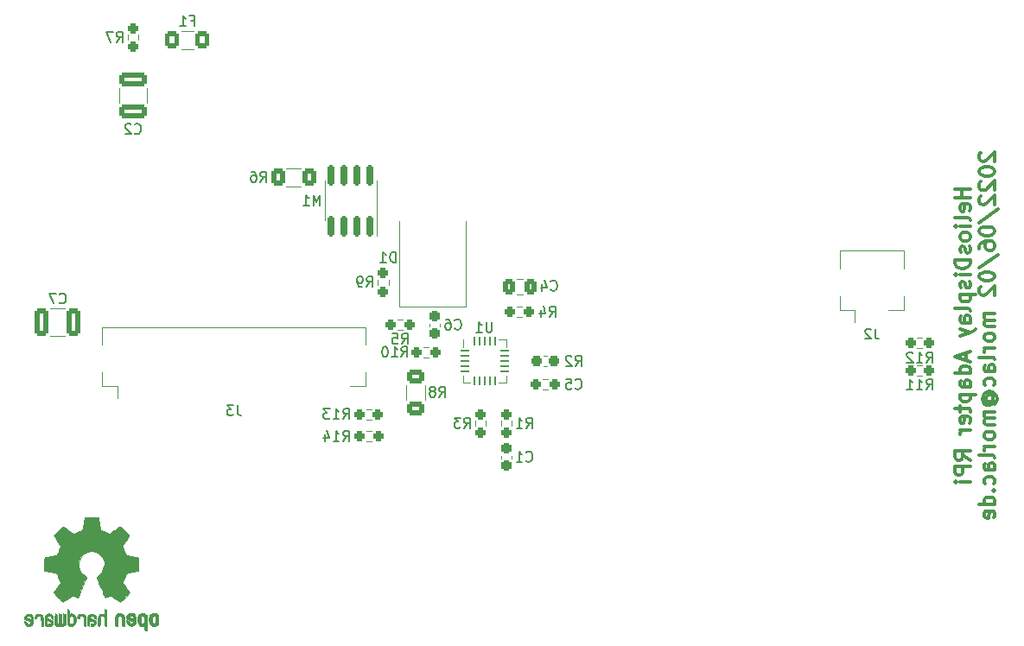
<source format=gbo>
%TF.GenerationSoftware,KiCad,Pcbnew,(6.0.5)*%
%TF.CreationDate,2022-06-02T10:53:14+02:00*%
%TF.ProjectId,Helios-Display,48656c69-6f73-42d4-9469-73706c61792e,5*%
%TF.SameCoordinates,Original*%
%TF.FileFunction,Legend,Bot*%
%TF.FilePolarity,Positive*%
%FSLAX46Y46*%
G04 Gerber Fmt 4.6, Leading zero omitted, Abs format (unit mm)*
G04 Created by KiCad (PCBNEW (6.0.5)) date 2022-06-02 10:53:14*
%MOMM*%
%LPD*%
G01*
G04 APERTURE LIST*
G04 Aperture macros list*
%AMRoundRect*
0 Rectangle with rounded corners*
0 $1 Rounding radius*
0 $2 $3 $4 $5 $6 $7 $8 $9 X,Y pos of 4 corners*
0 Add a 4 corners polygon primitive as box body*
4,1,4,$2,$3,$4,$5,$6,$7,$8,$9,$2,$3,0*
0 Add four circle primitives for the rounded corners*
1,1,$1+$1,$2,$3*
1,1,$1+$1,$4,$5*
1,1,$1+$1,$6,$7*
1,1,$1+$1,$8,$9*
0 Add four rect primitives between the rounded corners*
20,1,$1+$1,$2,$3,$4,$5,0*
20,1,$1+$1,$4,$5,$6,$7,0*
20,1,$1+$1,$6,$7,$8,$9,0*
20,1,$1+$1,$8,$9,$2,$3,0*%
G04 Aperture macros list end*
%ADD10C,0.300000*%
%ADD11C,0.150000*%
%ADD12C,0.010000*%
%ADD13C,0.120000*%
%ADD14C,0.800000*%
%ADD15C,6.000000*%
%ADD16R,1.700000X1.700000*%
%ADD17O,1.700000X1.700000*%
%ADD18C,2.500000*%
%ADD19RoundRect,0.237500X-0.237500X0.300000X-0.237500X-0.300000X0.237500X-0.300000X0.237500X0.300000X0*%
%ADD20RoundRect,0.150000X0.150000X-0.825000X0.150000X0.825000X-0.150000X0.825000X-0.150000X-0.825000X0*%
%ADD21RoundRect,0.062500X-0.062500X0.350000X-0.062500X-0.350000X0.062500X-0.350000X0.062500X0.350000X0*%
%ADD22RoundRect,0.062500X-0.350000X0.062500X-0.350000X-0.062500X0.350000X-0.062500X0.350000X0.062500X0*%
%ADD23R,2.500000X2.500000*%
%ADD24R,0.300000X1.300000*%
%ADD25R,1.800000X2.200000*%
%ADD26RoundRect,0.250000X0.625000X-0.400000X0.625000X0.400000X-0.625000X0.400000X-0.625000X-0.400000X0*%
%ADD27RoundRect,0.237500X0.237500X-0.300000X0.237500X0.300000X-0.237500X0.300000X-0.237500X-0.300000X0*%
%ADD28RoundRect,0.237500X0.250000X0.237500X-0.250000X0.237500X-0.250000X-0.237500X0.250000X-0.237500X0*%
%ADD29RoundRect,0.250000X0.412500X1.100000X-0.412500X1.100000X-0.412500X-1.100000X0.412500X-1.100000X0*%
%ADD30RoundRect,0.237500X-0.250000X-0.237500X0.250000X-0.237500X0.250000X0.237500X-0.250000X0.237500X0*%
%ADD31R,3.300000X2.500000*%
%ADD32RoundRect,0.250000X0.337500X0.475000X-0.337500X0.475000X-0.337500X-0.475000X0.337500X-0.475000X0*%
%ADD33RoundRect,0.237500X-0.300000X-0.237500X0.300000X-0.237500X0.300000X0.237500X-0.300000X0.237500X0*%
%ADD34RoundRect,0.250001X0.462499X0.624999X-0.462499X0.624999X-0.462499X-0.624999X0.462499X-0.624999X0*%
%ADD35RoundRect,0.250000X-1.100000X0.412500X-1.100000X-0.412500X1.100000X-0.412500X1.100000X0.412500X0*%
%ADD36RoundRect,0.237500X0.237500X-0.250000X0.237500X0.250000X-0.237500X0.250000X-0.237500X-0.250000X0*%
%ADD37RoundRect,0.237500X-0.237500X0.250000X-0.237500X-0.250000X0.237500X-0.250000X0.237500X0.250000X0*%
%ADD38RoundRect,0.250000X0.400000X0.625000X-0.400000X0.625000X-0.400000X-0.625000X0.400000X-0.625000X0*%
G04 APERTURE END LIST*
D10*
X195051071Y-93592857D02*
X193551071Y-93592857D01*
X194265357Y-93592857D02*
X194265357Y-94450000D01*
X195051071Y-94450000D02*
X193551071Y-94450000D01*
X194979642Y-95735714D02*
X195051071Y-95592857D01*
X195051071Y-95307142D01*
X194979642Y-95164285D01*
X194836785Y-95092857D01*
X194265357Y-95092857D01*
X194122500Y-95164285D01*
X194051071Y-95307142D01*
X194051071Y-95592857D01*
X194122500Y-95735714D01*
X194265357Y-95807142D01*
X194408214Y-95807142D01*
X194551071Y-95092857D01*
X195051071Y-96664285D02*
X194979642Y-96521428D01*
X194836785Y-96450000D01*
X193551071Y-96450000D01*
X195051071Y-97235714D02*
X194051071Y-97235714D01*
X193551071Y-97235714D02*
X193622500Y-97164285D01*
X193693928Y-97235714D01*
X193622500Y-97307142D01*
X193551071Y-97235714D01*
X193693928Y-97235714D01*
X195051071Y-98164285D02*
X194979642Y-98021428D01*
X194908214Y-97950000D01*
X194765357Y-97878571D01*
X194336785Y-97878571D01*
X194193928Y-97950000D01*
X194122500Y-98021428D01*
X194051071Y-98164285D01*
X194051071Y-98378571D01*
X194122500Y-98521428D01*
X194193928Y-98592857D01*
X194336785Y-98664285D01*
X194765357Y-98664285D01*
X194908214Y-98592857D01*
X194979642Y-98521428D01*
X195051071Y-98378571D01*
X195051071Y-98164285D01*
X194979642Y-99235714D02*
X195051071Y-99378571D01*
X195051071Y-99664285D01*
X194979642Y-99807142D01*
X194836785Y-99878571D01*
X194765357Y-99878571D01*
X194622500Y-99807142D01*
X194551071Y-99664285D01*
X194551071Y-99450000D01*
X194479642Y-99307142D01*
X194336785Y-99235714D01*
X194265357Y-99235714D01*
X194122500Y-99307142D01*
X194051071Y-99450000D01*
X194051071Y-99664285D01*
X194122500Y-99807142D01*
X195051071Y-100521428D02*
X193551071Y-100521428D01*
X193551071Y-100878571D01*
X193622500Y-101092857D01*
X193765357Y-101235714D01*
X193908214Y-101307142D01*
X194193928Y-101378571D01*
X194408214Y-101378571D01*
X194693928Y-101307142D01*
X194836785Y-101235714D01*
X194979642Y-101092857D01*
X195051071Y-100878571D01*
X195051071Y-100521428D01*
X195051071Y-102021428D02*
X194051071Y-102021428D01*
X193551071Y-102021428D02*
X193622500Y-101950000D01*
X193693928Y-102021428D01*
X193622500Y-102092857D01*
X193551071Y-102021428D01*
X193693928Y-102021428D01*
X194979642Y-102664285D02*
X195051071Y-102807142D01*
X195051071Y-103092857D01*
X194979642Y-103235714D01*
X194836785Y-103307142D01*
X194765357Y-103307142D01*
X194622500Y-103235714D01*
X194551071Y-103092857D01*
X194551071Y-102878571D01*
X194479642Y-102735714D01*
X194336785Y-102664285D01*
X194265357Y-102664285D01*
X194122500Y-102735714D01*
X194051071Y-102878571D01*
X194051071Y-103092857D01*
X194122500Y-103235714D01*
X194051071Y-103950000D02*
X195551071Y-103950000D01*
X194122500Y-103950000D02*
X194051071Y-104092857D01*
X194051071Y-104378571D01*
X194122500Y-104521428D01*
X194193928Y-104592857D01*
X194336785Y-104664285D01*
X194765357Y-104664285D01*
X194908214Y-104592857D01*
X194979642Y-104521428D01*
X195051071Y-104378571D01*
X195051071Y-104092857D01*
X194979642Y-103950000D01*
X195051071Y-105521428D02*
X194979642Y-105378571D01*
X194836785Y-105307142D01*
X193551071Y-105307142D01*
X195051071Y-106735714D02*
X194265357Y-106735714D01*
X194122500Y-106664285D01*
X194051071Y-106521428D01*
X194051071Y-106235714D01*
X194122500Y-106092857D01*
X194979642Y-106735714D02*
X195051071Y-106592857D01*
X195051071Y-106235714D01*
X194979642Y-106092857D01*
X194836785Y-106021428D01*
X194693928Y-106021428D01*
X194551071Y-106092857D01*
X194479642Y-106235714D01*
X194479642Y-106592857D01*
X194408214Y-106735714D01*
X194051071Y-107307142D02*
X195051071Y-107664285D01*
X194051071Y-108021428D02*
X195051071Y-107664285D01*
X195408214Y-107521428D01*
X195479642Y-107450000D01*
X195551071Y-107307142D01*
X194622500Y-109664285D02*
X194622500Y-110378571D01*
X195051071Y-109521428D02*
X193551071Y-110021428D01*
X195051071Y-110521428D01*
X195051071Y-111664285D02*
X193551071Y-111664285D01*
X194979642Y-111664285D02*
X195051071Y-111521428D01*
X195051071Y-111235714D01*
X194979642Y-111092857D01*
X194908214Y-111021428D01*
X194765357Y-110950000D01*
X194336785Y-110950000D01*
X194193928Y-111021428D01*
X194122500Y-111092857D01*
X194051071Y-111235714D01*
X194051071Y-111521428D01*
X194122500Y-111664285D01*
X195051071Y-113021428D02*
X194265357Y-113021428D01*
X194122500Y-112950000D01*
X194051071Y-112807142D01*
X194051071Y-112521428D01*
X194122500Y-112378571D01*
X194979642Y-113021428D02*
X195051071Y-112878571D01*
X195051071Y-112521428D01*
X194979642Y-112378571D01*
X194836785Y-112307142D01*
X194693928Y-112307142D01*
X194551071Y-112378571D01*
X194479642Y-112521428D01*
X194479642Y-112878571D01*
X194408214Y-113021428D01*
X194051071Y-113735714D02*
X195551071Y-113735714D01*
X194122500Y-113735714D02*
X194051071Y-113878571D01*
X194051071Y-114164285D01*
X194122500Y-114307142D01*
X194193928Y-114378571D01*
X194336785Y-114449999D01*
X194765357Y-114449999D01*
X194908214Y-114378571D01*
X194979642Y-114307142D01*
X195051071Y-114164285D01*
X195051071Y-113878571D01*
X194979642Y-113735714D01*
X194051071Y-114878571D02*
X194051071Y-115449999D01*
X193551071Y-115092857D02*
X194836785Y-115092857D01*
X194979642Y-115164285D01*
X195051071Y-115307142D01*
X195051071Y-115449999D01*
X194979642Y-116521428D02*
X195051071Y-116378571D01*
X195051071Y-116092857D01*
X194979642Y-115949999D01*
X194836785Y-115878571D01*
X194265357Y-115878571D01*
X194122500Y-115949999D01*
X194051071Y-116092857D01*
X194051071Y-116378571D01*
X194122500Y-116521428D01*
X194265357Y-116592857D01*
X194408214Y-116592857D01*
X194551071Y-115878571D01*
X195051071Y-117235714D02*
X194051071Y-117235714D01*
X194336785Y-117235714D02*
X194193928Y-117307142D01*
X194122500Y-117378571D01*
X194051071Y-117521428D01*
X194051071Y-117664285D01*
X195051071Y-120164285D02*
X194336785Y-119664285D01*
X195051071Y-119307142D02*
X193551071Y-119307142D01*
X193551071Y-119878571D01*
X193622500Y-120021428D01*
X193693928Y-120092857D01*
X193836785Y-120164285D01*
X194051071Y-120164285D01*
X194193928Y-120092857D01*
X194265357Y-120021428D01*
X194336785Y-119878571D01*
X194336785Y-119307142D01*
X195051071Y-120807142D02*
X193551071Y-120807142D01*
X193551071Y-121378571D01*
X193622500Y-121521428D01*
X193693928Y-121592857D01*
X193836785Y-121664285D01*
X194051071Y-121664285D01*
X194193928Y-121592857D01*
X194265357Y-121521428D01*
X194336785Y-121378571D01*
X194336785Y-120807142D01*
X195051071Y-122307142D02*
X194051071Y-122307142D01*
X193551071Y-122307142D02*
X193622500Y-122235714D01*
X193693928Y-122307142D01*
X193622500Y-122378571D01*
X193551071Y-122307142D01*
X193693928Y-122307142D01*
X196108928Y-90021428D02*
X196037500Y-90092857D01*
X195966071Y-90235714D01*
X195966071Y-90592857D01*
X196037500Y-90735714D01*
X196108928Y-90807142D01*
X196251785Y-90878571D01*
X196394642Y-90878571D01*
X196608928Y-90807142D01*
X197466071Y-89950000D01*
X197466071Y-90878571D01*
X195966071Y-91807142D02*
X195966071Y-91950000D01*
X196037500Y-92092857D01*
X196108928Y-92164285D01*
X196251785Y-92235714D01*
X196537500Y-92307142D01*
X196894642Y-92307142D01*
X197180357Y-92235714D01*
X197323214Y-92164285D01*
X197394642Y-92092857D01*
X197466071Y-91950000D01*
X197466071Y-91807142D01*
X197394642Y-91664285D01*
X197323214Y-91592857D01*
X197180357Y-91521428D01*
X196894642Y-91450000D01*
X196537500Y-91450000D01*
X196251785Y-91521428D01*
X196108928Y-91592857D01*
X196037500Y-91664285D01*
X195966071Y-91807142D01*
X196108928Y-92878571D02*
X196037500Y-92950000D01*
X195966071Y-93092857D01*
X195966071Y-93450000D01*
X196037500Y-93592857D01*
X196108928Y-93664285D01*
X196251785Y-93735714D01*
X196394642Y-93735714D01*
X196608928Y-93664285D01*
X197466071Y-92807142D01*
X197466071Y-93735714D01*
X196108928Y-94307142D02*
X196037500Y-94378571D01*
X195966071Y-94521428D01*
X195966071Y-94878571D01*
X196037500Y-95021428D01*
X196108928Y-95092857D01*
X196251785Y-95164285D01*
X196394642Y-95164285D01*
X196608928Y-95092857D01*
X197466071Y-94235714D01*
X197466071Y-95164285D01*
X195894642Y-96878571D02*
X197823214Y-95592857D01*
X195966071Y-97664285D02*
X195966071Y-97807142D01*
X196037500Y-97950000D01*
X196108928Y-98021428D01*
X196251785Y-98092857D01*
X196537500Y-98164285D01*
X196894642Y-98164285D01*
X197180357Y-98092857D01*
X197323214Y-98021428D01*
X197394642Y-97950000D01*
X197466071Y-97807142D01*
X197466071Y-97664285D01*
X197394642Y-97521428D01*
X197323214Y-97450000D01*
X197180357Y-97378571D01*
X196894642Y-97307142D01*
X196537500Y-97307142D01*
X196251785Y-97378571D01*
X196108928Y-97450000D01*
X196037500Y-97521428D01*
X195966071Y-97664285D01*
X195966071Y-99450000D02*
X195966071Y-99164285D01*
X196037500Y-99021428D01*
X196108928Y-98950000D01*
X196323214Y-98807142D01*
X196608928Y-98735714D01*
X197180357Y-98735714D01*
X197323214Y-98807142D01*
X197394642Y-98878571D01*
X197466071Y-99021428D01*
X197466071Y-99307142D01*
X197394642Y-99450000D01*
X197323214Y-99521428D01*
X197180357Y-99592857D01*
X196823214Y-99592857D01*
X196680357Y-99521428D01*
X196608928Y-99450000D01*
X196537500Y-99307142D01*
X196537500Y-99021428D01*
X196608928Y-98878571D01*
X196680357Y-98807142D01*
X196823214Y-98735714D01*
X195894642Y-101307142D02*
X197823214Y-100021428D01*
X195966071Y-102092857D02*
X195966071Y-102235714D01*
X196037500Y-102378571D01*
X196108928Y-102450000D01*
X196251785Y-102521428D01*
X196537500Y-102592857D01*
X196894642Y-102592857D01*
X197180357Y-102521428D01*
X197323214Y-102450000D01*
X197394642Y-102378571D01*
X197466071Y-102235714D01*
X197466071Y-102092857D01*
X197394642Y-101950000D01*
X197323214Y-101878571D01*
X197180357Y-101807142D01*
X196894642Y-101735714D01*
X196537500Y-101735714D01*
X196251785Y-101807142D01*
X196108928Y-101878571D01*
X196037500Y-101950000D01*
X195966071Y-102092857D01*
X196108928Y-103164285D02*
X196037500Y-103235714D01*
X195966071Y-103378571D01*
X195966071Y-103735714D01*
X196037500Y-103878571D01*
X196108928Y-103950000D01*
X196251785Y-104021428D01*
X196394642Y-104021428D01*
X196608928Y-103950000D01*
X197466071Y-103092857D01*
X197466071Y-104021428D01*
X197466071Y-105807142D02*
X196466071Y-105807142D01*
X196608928Y-105807142D02*
X196537500Y-105878571D01*
X196466071Y-106021428D01*
X196466071Y-106235714D01*
X196537500Y-106378571D01*
X196680357Y-106450000D01*
X197466071Y-106450000D01*
X196680357Y-106450000D02*
X196537500Y-106521428D01*
X196466071Y-106664285D01*
X196466071Y-106878571D01*
X196537500Y-107021428D01*
X196680357Y-107092857D01*
X197466071Y-107092857D01*
X197466071Y-108021428D02*
X197394642Y-107878571D01*
X197323214Y-107807142D01*
X197180357Y-107735714D01*
X196751785Y-107735714D01*
X196608928Y-107807142D01*
X196537500Y-107878571D01*
X196466071Y-108021428D01*
X196466071Y-108235714D01*
X196537500Y-108378571D01*
X196608928Y-108450000D01*
X196751785Y-108521428D01*
X197180357Y-108521428D01*
X197323214Y-108450000D01*
X197394642Y-108378571D01*
X197466071Y-108235714D01*
X197466071Y-108021428D01*
X197466071Y-109164285D02*
X196466071Y-109164285D01*
X196751785Y-109164285D02*
X196608928Y-109235714D01*
X196537500Y-109307142D01*
X196466071Y-109450000D01*
X196466071Y-109592857D01*
X197466071Y-110307142D02*
X197394642Y-110164285D01*
X197251785Y-110092857D01*
X195966071Y-110092857D01*
X197466071Y-111521428D02*
X196680357Y-111521428D01*
X196537500Y-111450000D01*
X196466071Y-111307142D01*
X196466071Y-111021428D01*
X196537500Y-110878571D01*
X197394642Y-111521428D02*
X197466071Y-111378571D01*
X197466071Y-111021428D01*
X197394642Y-110878571D01*
X197251785Y-110807142D01*
X197108928Y-110807142D01*
X196966071Y-110878571D01*
X196894642Y-111021428D01*
X196894642Y-111378571D01*
X196823214Y-111521428D01*
X197394642Y-112878571D02*
X197466071Y-112735714D01*
X197466071Y-112450000D01*
X197394642Y-112307142D01*
X197323214Y-112235714D01*
X197180357Y-112164285D01*
X196751785Y-112164285D01*
X196608928Y-112235714D01*
X196537500Y-112307142D01*
X196466071Y-112450000D01*
X196466071Y-112735714D01*
X196537500Y-112878571D01*
X196751785Y-114450000D02*
X196680357Y-114378571D01*
X196608928Y-114235714D01*
X196608928Y-114092857D01*
X196680357Y-113950000D01*
X196751785Y-113878571D01*
X196894642Y-113807142D01*
X197037500Y-113807142D01*
X197180357Y-113878571D01*
X197251785Y-113950000D01*
X197323214Y-114092857D01*
X197323214Y-114235714D01*
X197251785Y-114378571D01*
X197180357Y-114450000D01*
X196608928Y-114450000D02*
X197180357Y-114450000D01*
X197251785Y-114521428D01*
X197251785Y-114592857D01*
X197180357Y-114735714D01*
X197037500Y-114807142D01*
X196680357Y-114807142D01*
X196466071Y-114664285D01*
X196323214Y-114450000D01*
X196251785Y-114164285D01*
X196323214Y-113878571D01*
X196466071Y-113664285D01*
X196680357Y-113521428D01*
X196966071Y-113450000D01*
X197251785Y-113521428D01*
X197466071Y-113664285D01*
X197608928Y-113878571D01*
X197680357Y-114164285D01*
X197608928Y-114450000D01*
X197466071Y-114664285D01*
X197466071Y-115450000D02*
X196466071Y-115450000D01*
X196608928Y-115450000D02*
X196537500Y-115521428D01*
X196466071Y-115664285D01*
X196466071Y-115878571D01*
X196537500Y-116021428D01*
X196680357Y-116092857D01*
X197466071Y-116092857D01*
X196680357Y-116092857D02*
X196537500Y-116164285D01*
X196466071Y-116307142D01*
X196466071Y-116521428D01*
X196537500Y-116664285D01*
X196680357Y-116735714D01*
X197466071Y-116735714D01*
X197466071Y-117664285D02*
X197394642Y-117521428D01*
X197323214Y-117450000D01*
X197180357Y-117378571D01*
X196751785Y-117378571D01*
X196608928Y-117450000D01*
X196537500Y-117521428D01*
X196466071Y-117664285D01*
X196466071Y-117878571D01*
X196537500Y-118021428D01*
X196608928Y-118092857D01*
X196751785Y-118164285D01*
X197180357Y-118164285D01*
X197323214Y-118092857D01*
X197394642Y-118021428D01*
X197466071Y-117878571D01*
X197466071Y-117664285D01*
X197466071Y-118807142D02*
X196466071Y-118807142D01*
X196751785Y-118807142D02*
X196608928Y-118878571D01*
X196537500Y-118950000D01*
X196466071Y-119092857D01*
X196466071Y-119235714D01*
X197466071Y-119950000D02*
X197394642Y-119807142D01*
X197251785Y-119735714D01*
X195966071Y-119735714D01*
X197466071Y-121164285D02*
X196680357Y-121164285D01*
X196537500Y-121092857D01*
X196466071Y-120950000D01*
X196466071Y-120664285D01*
X196537500Y-120521428D01*
X197394642Y-121164285D02*
X197466071Y-121021428D01*
X197466071Y-120664285D01*
X197394642Y-120521428D01*
X197251785Y-120450000D01*
X197108928Y-120450000D01*
X196966071Y-120521428D01*
X196894642Y-120664285D01*
X196894642Y-121021428D01*
X196823214Y-121164285D01*
X197394642Y-122521428D02*
X197466071Y-122378571D01*
X197466071Y-122092857D01*
X197394642Y-121950000D01*
X197323214Y-121878571D01*
X197180357Y-121807142D01*
X196751785Y-121807142D01*
X196608928Y-121878571D01*
X196537500Y-121950000D01*
X196466071Y-122092857D01*
X196466071Y-122378571D01*
X196537500Y-122521428D01*
X197323214Y-123164285D02*
X197394642Y-123235714D01*
X197466071Y-123164285D01*
X197394642Y-123092857D01*
X197323214Y-123164285D01*
X197466071Y-123164285D01*
X197466071Y-124521428D02*
X195966071Y-124521428D01*
X197394642Y-124521428D02*
X197466071Y-124378571D01*
X197466071Y-124092857D01*
X197394642Y-123950000D01*
X197323214Y-123878571D01*
X197180357Y-123807142D01*
X196751785Y-123807142D01*
X196608928Y-123878571D01*
X196537500Y-123950000D01*
X196466071Y-124092857D01*
X196466071Y-124378571D01*
X196537500Y-124521428D01*
X197394642Y-125807142D02*
X197466071Y-125664285D01*
X197466071Y-125378571D01*
X197394642Y-125235714D01*
X197251785Y-125164285D01*
X196680357Y-125164285D01*
X196537500Y-125235714D01*
X196466071Y-125378571D01*
X196466071Y-125664285D01*
X196537500Y-125807142D01*
X196680357Y-125878571D01*
X196823214Y-125878571D01*
X196966071Y-125164285D01*
D11*
X151550666Y-120245142D02*
X151598285Y-120292761D01*
X151741142Y-120340380D01*
X151836380Y-120340380D01*
X151979238Y-120292761D01*
X152074476Y-120197523D01*
X152122095Y-120102285D01*
X152169714Y-119911809D01*
X152169714Y-119768952D01*
X152122095Y-119578476D01*
X152074476Y-119483238D01*
X151979238Y-119388000D01*
X151836380Y-119340380D01*
X151741142Y-119340380D01*
X151598285Y-119388000D01*
X151550666Y-119435619D01*
X150598285Y-120340380D02*
X151169714Y-120340380D01*
X150884000Y-120340380D02*
X150884000Y-119340380D01*
X150979238Y-119483238D01*
X151074476Y-119578476D01*
X151169714Y-119626095D01*
X131365523Y-95194380D02*
X131365523Y-94194380D01*
X131032190Y-94908666D01*
X130698857Y-94194380D01*
X130698857Y-95194380D01*
X129698857Y-95194380D02*
X130270285Y-95194380D01*
X129984571Y-95194380D02*
X129984571Y-94194380D01*
X130079809Y-94337238D01*
X130175047Y-94432476D01*
X130270285Y-94480095D01*
X148208904Y-106640380D02*
X148208904Y-107449904D01*
X148161285Y-107545142D01*
X148113666Y-107592761D01*
X148018428Y-107640380D01*
X147827952Y-107640380D01*
X147732714Y-107592761D01*
X147685095Y-107545142D01*
X147637476Y-107449904D01*
X147637476Y-106640380D01*
X146637476Y-107640380D02*
X147208904Y-107640380D01*
X146923190Y-107640380D02*
X146923190Y-106640380D01*
X147018428Y-106783238D01*
X147113666Y-106878476D01*
X147208904Y-106926095D01*
X123253333Y-114792380D02*
X123253333Y-115506666D01*
X123300952Y-115649523D01*
X123396190Y-115744761D01*
X123539047Y-115792380D01*
X123634285Y-115792380D01*
X122872380Y-114792380D02*
X122253333Y-114792380D01*
X122586666Y-115173333D01*
X122443809Y-115173333D01*
X122348571Y-115220952D01*
X122300952Y-115268571D01*
X122253333Y-115363809D01*
X122253333Y-115601904D01*
X122300952Y-115697142D01*
X122348571Y-115744761D01*
X122443809Y-115792380D01*
X122729523Y-115792380D01*
X122824761Y-115744761D01*
X122872380Y-115697142D01*
X143041666Y-113990380D02*
X143375000Y-113514190D01*
X143613095Y-113990380D02*
X143613095Y-112990380D01*
X143232142Y-112990380D01*
X143136904Y-113038000D01*
X143089285Y-113085619D01*
X143041666Y-113180857D01*
X143041666Y-113323714D01*
X143089285Y-113418952D01*
X143136904Y-113466571D01*
X143232142Y-113514190D01*
X143613095Y-113514190D01*
X142470238Y-113418952D02*
X142565476Y-113371333D01*
X142613095Y-113323714D01*
X142660714Y-113228476D01*
X142660714Y-113180857D01*
X142613095Y-113085619D01*
X142565476Y-113038000D01*
X142470238Y-112990380D01*
X142279761Y-112990380D01*
X142184523Y-113038000D01*
X142136904Y-113085619D01*
X142089285Y-113180857D01*
X142089285Y-113228476D01*
X142136904Y-113323714D01*
X142184523Y-113371333D01*
X142279761Y-113418952D01*
X142470238Y-113418952D01*
X142565476Y-113466571D01*
X142613095Y-113514190D01*
X142660714Y-113609428D01*
X142660714Y-113799904D01*
X142613095Y-113895142D01*
X142565476Y-113942761D01*
X142470238Y-113990380D01*
X142279761Y-113990380D01*
X142184523Y-113942761D01*
X142136904Y-113895142D01*
X142089285Y-113799904D01*
X142089285Y-113609428D01*
X142136904Y-113514190D01*
X142184523Y-113466571D01*
X142279761Y-113418952D01*
X144565666Y-107291142D02*
X144613285Y-107338761D01*
X144756142Y-107386380D01*
X144851380Y-107386380D01*
X144994238Y-107338761D01*
X145089476Y-107243523D01*
X145137095Y-107148285D01*
X145184714Y-106957809D01*
X145184714Y-106814952D01*
X145137095Y-106624476D01*
X145089476Y-106529238D01*
X144994238Y-106434000D01*
X144851380Y-106386380D01*
X144756142Y-106386380D01*
X144613285Y-106434000D01*
X144565666Y-106481619D01*
X143708523Y-106386380D02*
X143899000Y-106386380D01*
X143994238Y-106434000D01*
X144041857Y-106481619D01*
X144137095Y-106624476D01*
X144184714Y-106814952D01*
X144184714Y-107195904D01*
X144137095Y-107291142D01*
X144089476Y-107338761D01*
X143994238Y-107386380D01*
X143803761Y-107386380D01*
X143708523Y-107338761D01*
X143660904Y-107291142D01*
X143613285Y-107195904D01*
X143613285Y-106957809D01*
X143660904Y-106862571D01*
X143708523Y-106814952D01*
X143803761Y-106767333D01*
X143994238Y-106767333D01*
X144089476Y-106814952D01*
X144137095Y-106862571D01*
X144184714Y-106957809D01*
X156376666Y-110942380D02*
X156710000Y-110466190D01*
X156948095Y-110942380D02*
X156948095Y-109942380D01*
X156567142Y-109942380D01*
X156471904Y-109990000D01*
X156424285Y-110037619D01*
X156376666Y-110132857D01*
X156376666Y-110275714D01*
X156424285Y-110370952D01*
X156471904Y-110418571D01*
X156567142Y-110466190D01*
X156948095Y-110466190D01*
X155995714Y-110037619D02*
X155948095Y-109990000D01*
X155852857Y-109942380D01*
X155614761Y-109942380D01*
X155519523Y-109990000D01*
X155471904Y-110037619D01*
X155424285Y-110132857D01*
X155424285Y-110228095D01*
X155471904Y-110370952D01*
X156043333Y-110942380D01*
X155424285Y-110942380D01*
X105830666Y-104737142D02*
X105878285Y-104784761D01*
X106021142Y-104832380D01*
X106116380Y-104832380D01*
X106259238Y-104784761D01*
X106354476Y-104689523D01*
X106402095Y-104594285D01*
X106449714Y-104403809D01*
X106449714Y-104260952D01*
X106402095Y-104070476D01*
X106354476Y-103975238D01*
X106259238Y-103880000D01*
X106116380Y-103832380D01*
X106021142Y-103832380D01*
X105878285Y-103880000D01*
X105830666Y-103927619D01*
X105497333Y-103832380D02*
X104830666Y-103832380D01*
X105259238Y-104832380D01*
X185753333Y-107292380D02*
X185753333Y-108006666D01*
X185800952Y-108149523D01*
X185896190Y-108244761D01*
X186039047Y-108292380D01*
X186134285Y-108292380D01*
X185324761Y-107387619D02*
X185277142Y-107340000D01*
X185181904Y-107292380D01*
X184943809Y-107292380D01*
X184848571Y-107340000D01*
X184800952Y-107387619D01*
X184753333Y-107482857D01*
X184753333Y-107578095D01*
X184800952Y-107720952D01*
X185372380Y-108292380D01*
X184753333Y-108292380D01*
X190761857Y-113261380D02*
X191095190Y-112785190D01*
X191333285Y-113261380D02*
X191333285Y-112261380D01*
X190952333Y-112261380D01*
X190857095Y-112309000D01*
X190809476Y-112356619D01*
X190761857Y-112451857D01*
X190761857Y-112594714D01*
X190809476Y-112689952D01*
X190857095Y-112737571D01*
X190952333Y-112785190D01*
X191333285Y-112785190D01*
X189809476Y-113261380D02*
X190380904Y-113261380D01*
X190095190Y-113261380D02*
X190095190Y-112261380D01*
X190190428Y-112404238D01*
X190285666Y-112499476D01*
X190380904Y-112547095D01*
X188857095Y-113261380D02*
X189428523Y-113261380D01*
X189142809Y-113261380D02*
X189142809Y-112261380D01*
X189238047Y-112404238D01*
X189333285Y-112499476D01*
X189428523Y-112547095D01*
X138787095Y-100782380D02*
X138787095Y-99782380D01*
X138549000Y-99782380D01*
X138406142Y-99830000D01*
X138310904Y-99925238D01*
X138263285Y-100020476D01*
X138215666Y-100210952D01*
X138215666Y-100353809D01*
X138263285Y-100544285D01*
X138310904Y-100639523D01*
X138406142Y-100734761D01*
X138549000Y-100782380D01*
X138787095Y-100782380D01*
X137263285Y-100782380D02*
X137834714Y-100782380D01*
X137549000Y-100782380D02*
X137549000Y-99782380D01*
X137644238Y-99925238D01*
X137739476Y-100020476D01*
X137834714Y-100068095D01*
X153963666Y-103481142D02*
X154011285Y-103528761D01*
X154154142Y-103576380D01*
X154249380Y-103576380D01*
X154392238Y-103528761D01*
X154487476Y-103433523D01*
X154535095Y-103338285D01*
X154582714Y-103147809D01*
X154582714Y-103004952D01*
X154535095Y-102814476D01*
X154487476Y-102719238D01*
X154392238Y-102624000D01*
X154249380Y-102576380D01*
X154154142Y-102576380D01*
X154011285Y-102624000D01*
X153963666Y-102671619D01*
X153106523Y-102909714D02*
X153106523Y-103576380D01*
X153344619Y-102528761D02*
X153582714Y-103243047D01*
X152963666Y-103243047D01*
X190761857Y-110594380D02*
X191095190Y-110118190D01*
X191333285Y-110594380D02*
X191333285Y-109594380D01*
X190952333Y-109594380D01*
X190857095Y-109642000D01*
X190809476Y-109689619D01*
X190761857Y-109784857D01*
X190761857Y-109927714D01*
X190809476Y-110022952D01*
X190857095Y-110070571D01*
X190952333Y-110118190D01*
X191333285Y-110118190D01*
X189809476Y-110594380D02*
X190380904Y-110594380D01*
X190095190Y-110594380D02*
X190095190Y-109594380D01*
X190190428Y-109737238D01*
X190285666Y-109832476D01*
X190380904Y-109880095D01*
X189428523Y-109689619D02*
X189380904Y-109642000D01*
X189285666Y-109594380D01*
X189047571Y-109594380D01*
X188952333Y-109642000D01*
X188904714Y-109689619D01*
X188857095Y-109784857D01*
X188857095Y-109880095D01*
X188904714Y-110022952D01*
X189476142Y-110594380D01*
X188857095Y-110594380D01*
X153836666Y-106116380D02*
X154170000Y-105640190D01*
X154408095Y-106116380D02*
X154408095Y-105116380D01*
X154027142Y-105116380D01*
X153931904Y-105164000D01*
X153884285Y-105211619D01*
X153836666Y-105306857D01*
X153836666Y-105449714D01*
X153884285Y-105544952D01*
X153931904Y-105592571D01*
X154027142Y-105640190D01*
X154408095Y-105640190D01*
X152979523Y-105449714D02*
X152979523Y-106116380D01*
X153217619Y-105068761D02*
X153455714Y-105783047D01*
X152836666Y-105783047D01*
X139326857Y-110053380D02*
X139660190Y-109577190D01*
X139898285Y-110053380D02*
X139898285Y-109053380D01*
X139517333Y-109053380D01*
X139422095Y-109101000D01*
X139374476Y-109148619D01*
X139326857Y-109243857D01*
X139326857Y-109386714D01*
X139374476Y-109481952D01*
X139422095Y-109529571D01*
X139517333Y-109577190D01*
X139898285Y-109577190D01*
X138374476Y-110053380D02*
X138945904Y-110053380D01*
X138660190Y-110053380D02*
X138660190Y-109053380D01*
X138755428Y-109196238D01*
X138850666Y-109291476D01*
X138945904Y-109339095D01*
X137755428Y-109053380D02*
X137660190Y-109053380D01*
X137564952Y-109101000D01*
X137517333Y-109148619D01*
X137469714Y-109243857D01*
X137422095Y-109434333D01*
X137422095Y-109672428D01*
X137469714Y-109862904D01*
X137517333Y-109958142D01*
X137564952Y-110005761D01*
X137660190Y-110053380D01*
X137755428Y-110053380D01*
X137850666Y-110005761D01*
X137898285Y-109958142D01*
X137945904Y-109862904D01*
X137993523Y-109672428D01*
X137993523Y-109434333D01*
X137945904Y-109243857D01*
X137898285Y-109148619D01*
X137850666Y-109101000D01*
X137755428Y-109053380D01*
X156376666Y-113133142D02*
X156424285Y-113180761D01*
X156567142Y-113228380D01*
X156662380Y-113228380D01*
X156805238Y-113180761D01*
X156900476Y-113085523D01*
X156948095Y-112990285D01*
X156995714Y-112799809D01*
X156995714Y-112656952D01*
X156948095Y-112466476D01*
X156900476Y-112371238D01*
X156805238Y-112276000D01*
X156662380Y-112228380D01*
X156567142Y-112228380D01*
X156424285Y-112276000D01*
X156376666Y-112323619D01*
X155471904Y-112228380D02*
X155948095Y-112228380D01*
X155995714Y-112704571D01*
X155948095Y-112656952D01*
X155852857Y-112609333D01*
X155614761Y-112609333D01*
X155519523Y-112656952D01*
X155471904Y-112704571D01*
X155424285Y-112799809D01*
X155424285Y-113037904D01*
X155471904Y-113133142D01*
X155519523Y-113180761D01*
X155614761Y-113228380D01*
X155852857Y-113228380D01*
X155948095Y-113180761D01*
X155995714Y-113133142D01*
X118697333Y-77102571D02*
X119030666Y-77102571D01*
X119030666Y-77626380D02*
X119030666Y-76626380D01*
X118554476Y-76626380D01*
X117649714Y-77626380D02*
X118221142Y-77626380D01*
X117935428Y-77626380D02*
X117935428Y-76626380D01*
X118030666Y-76769238D01*
X118125904Y-76864476D01*
X118221142Y-76912095D01*
X133611857Y-118308380D02*
X133945190Y-117832190D01*
X134183285Y-118308380D02*
X134183285Y-117308380D01*
X133802333Y-117308380D01*
X133707095Y-117356000D01*
X133659476Y-117403619D01*
X133611857Y-117498857D01*
X133611857Y-117641714D01*
X133659476Y-117736952D01*
X133707095Y-117784571D01*
X133802333Y-117832190D01*
X134183285Y-117832190D01*
X132659476Y-118308380D02*
X133230904Y-118308380D01*
X132945190Y-118308380D02*
X132945190Y-117308380D01*
X133040428Y-117451238D01*
X133135666Y-117546476D01*
X133230904Y-117594095D01*
X131802333Y-117641714D02*
X131802333Y-118308380D01*
X132040428Y-117260761D02*
X132278523Y-117975047D01*
X131659476Y-117975047D01*
X133611857Y-116149380D02*
X133945190Y-115673190D01*
X134183285Y-116149380D02*
X134183285Y-115149380D01*
X133802333Y-115149380D01*
X133707095Y-115197000D01*
X133659476Y-115244619D01*
X133611857Y-115339857D01*
X133611857Y-115482714D01*
X133659476Y-115577952D01*
X133707095Y-115625571D01*
X133802333Y-115673190D01*
X134183285Y-115673190D01*
X132659476Y-116149380D02*
X133230904Y-116149380D01*
X132945190Y-116149380D02*
X132945190Y-115149380D01*
X133040428Y-115292238D01*
X133135666Y-115387476D01*
X133230904Y-115435095D01*
X132326142Y-115149380D02*
X131707095Y-115149380D01*
X132040428Y-115530333D01*
X131897571Y-115530333D01*
X131802333Y-115577952D01*
X131754714Y-115625571D01*
X131707095Y-115720809D01*
X131707095Y-115958904D01*
X131754714Y-116054142D01*
X131802333Y-116101761D01*
X131897571Y-116149380D01*
X132183285Y-116149380D01*
X132278523Y-116101761D01*
X132326142Y-116054142D01*
X113196666Y-88114142D02*
X113244285Y-88161761D01*
X113387142Y-88209380D01*
X113482380Y-88209380D01*
X113625238Y-88161761D01*
X113720476Y-88066523D01*
X113768095Y-87971285D01*
X113815714Y-87780809D01*
X113815714Y-87637952D01*
X113768095Y-87447476D01*
X113720476Y-87352238D01*
X113625238Y-87257000D01*
X113482380Y-87209380D01*
X113387142Y-87209380D01*
X113244285Y-87257000D01*
X113196666Y-87304619D01*
X112815714Y-87304619D02*
X112768095Y-87257000D01*
X112672857Y-87209380D01*
X112434761Y-87209380D01*
X112339523Y-87257000D01*
X112291904Y-87304619D01*
X112244285Y-87399857D01*
X112244285Y-87495095D01*
X112291904Y-87637952D01*
X112863333Y-88209380D01*
X112244285Y-88209380D01*
X139358666Y-108783380D02*
X139692000Y-108307190D01*
X139930095Y-108783380D02*
X139930095Y-107783380D01*
X139549142Y-107783380D01*
X139453904Y-107831000D01*
X139406285Y-107878619D01*
X139358666Y-107973857D01*
X139358666Y-108116714D01*
X139406285Y-108211952D01*
X139453904Y-108259571D01*
X139549142Y-108307190D01*
X139930095Y-108307190D01*
X138453904Y-107783380D02*
X138930095Y-107783380D01*
X138977714Y-108259571D01*
X138930095Y-108211952D01*
X138834857Y-108164333D01*
X138596761Y-108164333D01*
X138501523Y-108211952D01*
X138453904Y-108259571D01*
X138406285Y-108354809D01*
X138406285Y-108592904D01*
X138453904Y-108688142D01*
X138501523Y-108735761D01*
X138596761Y-108783380D01*
X138834857Y-108783380D01*
X138930095Y-108735761D01*
X138977714Y-108688142D01*
X111418666Y-79192380D02*
X111752000Y-78716190D01*
X111990095Y-79192380D02*
X111990095Y-78192380D01*
X111609142Y-78192380D01*
X111513904Y-78240000D01*
X111466285Y-78287619D01*
X111418666Y-78382857D01*
X111418666Y-78525714D01*
X111466285Y-78620952D01*
X111513904Y-78668571D01*
X111609142Y-78716190D01*
X111990095Y-78716190D01*
X111085333Y-78192380D02*
X110418666Y-78192380D01*
X110847238Y-79192380D01*
X145454666Y-117038380D02*
X145788000Y-116562190D01*
X146026095Y-117038380D02*
X146026095Y-116038380D01*
X145645142Y-116038380D01*
X145549904Y-116086000D01*
X145502285Y-116133619D01*
X145454666Y-116228857D01*
X145454666Y-116371714D01*
X145502285Y-116466952D01*
X145549904Y-116514571D01*
X145645142Y-116562190D01*
X146026095Y-116562190D01*
X145121333Y-116038380D02*
X144502285Y-116038380D01*
X144835619Y-116419333D01*
X144692761Y-116419333D01*
X144597523Y-116466952D01*
X144549904Y-116514571D01*
X144502285Y-116609809D01*
X144502285Y-116847904D01*
X144549904Y-116943142D01*
X144597523Y-116990761D01*
X144692761Y-117038380D01*
X144978476Y-117038380D01*
X145073714Y-116990761D01*
X145121333Y-116943142D01*
X135929666Y-103195380D02*
X136263000Y-102719190D01*
X136501095Y-103195380D02*
X136501095Y-102195380D01*
X136120142Y-102195380D01*
X136024904Y-102243000D01*
X135977285Y-102290619D01*
X135929666Y-102385857D01*
X135929666Y-102528714D01*
X135977285Y-102623952D01*
X136024904Y-102671571D01*
X136120142Y-102719190D01*
X136501095Y-102719190D01*
X135453476Y-103195380D02*
X135263000Y-103195380D01*
X135167761Y-103147761D01*
X135120142Y-103100142D01*
X135024904Y-102957285D01*
X134977285Y-102766809D01*
X134977285Y-102385857D01*
X135024904Y-102290619D01*
X135072523Y-102243000D01*
X135167761Y-102195380D01*
X135358238Y-102195380D01*
X135453476Y-102243000D01*
X135501095Y-102290619D01*
X135548714Y-102385857D01*
X135548714Y-102623952D01*
X135501095Y-102719190D01*
X135453476Y-102766809D01*
X135358238Y-102814428D01*
X135167761Y-102814428D01*
X135072523Y-102766809D01*
X135024904Y-102719190D01*
X134977285Y-102623952D01*
X125515666Y-92908380D02*
X125849000Y-92432190D01*
X126087095Y-92908380D02*
X126087095Y-91908380D01*
X125706142Y-91908380D01*
X125610904Y-91956000D01*
X125563285Y-92003619D01*
X125515666Y-92098857D01*
X125515666Y-92241714D01*
X125563285Y-92336952D01*
X125610904Y-92384571D01*
X125706142Y-92432190D01*
X126087095Y-92432190D01*
X124658523Y-91908380D02*
X124849000Y-91908380D01*
X124944238Y-91956000D01*
X124991857Y-92003619D01*
X125087095Y-92146476D01*
X125134714Y-92336952D01*
X125134714Y-92717904D01*
X125087095Y-92813142D01*
X125039476Y-92860761D01*
X124944238Y-92908380D01*
X124753761Y-92908380D01*
X124658523Y-92860761D01*
X124610904Y-92813142D01*
X124563285Y-92717904D01*
X124563285Y-92479809D01*
X124610904Y-92384571D01*
X124658523Y-92336952D01*
X124753761Y-92289333D01*
X124944238Y-92289333D01*
X125039476Y-92336952D01*
X125087095Y-92384571D01*
X125134714Y-92479809D01*
X151550666Y-117038380D02*
X151884000Y-116562190D01*
X152122095Y-117038380D02*
X152122095Y-116038380D01*
X151741142Y-116038380D01*
X151645904Y-116086000D01*
X151598285Y-116133619D01*
X151550666Y-116228857D01*
X151550666Y-116371714D01*
X151598285Y-116466952D01*
X151645904Y-116514571D01*
X151741142Y-116562190D01*
X152122095Y-116562190D01*
X150598285Y-117038380D02*
X151169714Y-117038380D01*
X150884000Y-117038380D02*
X150884000Y-116038380D01*
X150979238Y-116181238D01*
X151074476Y-116276476D01*
X151169714Y-116324095D01*
G36*
X115534938Y-135845744D02*
G01*
X115533355Y-135986918D01*
X115527916Y-136085285D01*
X115516643Y-136153990D01*
X115497561Y-136206181D01*
X115468694Y-136255004D01*
X115461592Y-136265135D01*
X115386444Y-136345012D01*
X115300820Y-136405253D01*
X115256852Y-136424802D01*
X115098861Y-136457408D01*
X114942613Y-136436317D01*
X114798618Y-136364249D01*
X114677385Y-136243922D01*
X114667150Y-136227803D01*
X114633847Y-136134205D01*
X114611405Y-136003879D01*
X114600516Y-135853371D01*
X114601740Y-135714147D01*
X114896384Y-135714147D01*
X114898706Y-135907020D01*
X114899639Y-135919433D01*
X114913242Y-136025857D01*
X114937465Y-136093346D01*
X114978365Y-136139584D01*
X115046941Y-136182895D01*
X115114764Y-136185172D01*
X115184621Y-136135241D01*
X115196771Y-136122102D01*
X115220575Y-136082785D01*
X115234628Y-136025674D01*
X115241313Y-135937256D01*
X115243011Y-135804019D01*
X115240101Y-135679222D01*
X115225582Y-135560326D01*
X115195610Y-135485184D01*
X115146589Y-135445893D01*
X115074924Y-135434552D01*
X115047632Y-135436807D01*
X114971176Y-135478160D01*
X114920650Y-135570900D01*
X114896384Y-135714147D01*
X114601740Y-135714147D01*
X114601871Y-135699227D01*
X114616161Y-135557992D01*
X114644075Y-135446213D01*
X114679949Y-135371766D01*
X114780939Y-135255968D01*
X114917779Y-135184015D01*
X115085283Y-135159281D01*
X115130019Y-135160619D01*
X115261758Y-135188008D01*
X115369968Y-135257007D01*
X115469276Y-135375864D01*
X115475184Y-135384681D01*
X115501921Y-135432108D01*
X115519312Y-135485714D01*
X115529312Y-135558549D01*
X115533878Y-135663659D01*
X115534893Y-135804019D01*
X115534965Y-135814092D01*
X115534938Y-135845744D01*
G37*
D12*
X115534938Y-135845744D02*
X115533355Y-135986918D01*
X115527916Y-136085285D01*
X115516643Y-136153990D01*
X115497561Y-136206181D01*
X115468694Y-136255004D01*
X115461592Y-136265135D01*
X115386444Y-136345012D01*
X115300820Y-136405253D01*
X115256852Y-136424802D01*
X115098861Y-136457408D01*
X114942613Y-136436317D01*
X114798618Y-136364249D01*
X114677385Y-136243922D01*
X114667150Y-136227803D01*
X114633847Y-136134205D01*
X114611405Y-136003879D01*
X114600516Y-135853371D01*
X114601740Y-135714147D01*
X114896384Y-135714147D01*
X114898706Y-135907020D01*
X114899639Y-135919433D01*
X114913242Y-136025857D01*
X114937465Y-136093346D01*
X114978365Y-136139584D01*
X115046941Y-136182895D01*
X115114764Y-136185172D01*
X115184621Y-136135241D01*
X115196771Y-136122102D01*
X115220575Y-136082785D01*
X115234628Y-136025674D01*
X115241313Y-135937256D01*
X115243011Y-135804019D01*
X115240101Y-135679222D01*
X115225582Y-135560326D01*
X115195610Y-135485184D01*
X115146589Y-135445893D01*
X115074924Y-135434552D01*
X115047632Y-135436807D01*
X114971176Y-135478160D01*
X114920650Y-135570900D01*
X114896384Y-135714147D01*
X114601740Y-135714147D01*
X114601871Y-135699227D01*
X114616161Y-135557992D01*
X114644075Y-135446213D01*
X114679949Y-135371766D01*
X114780939Y-135255968D01*
X114917779Y-135184015D01*
X115085283Y-135159281D01*
X115130019Y-135160619D01*
X115261758Y-135188008D01*
X115369968Y-135257007D01*
X115469276Y-135375864D01*
X115475184Y-135384681D01*
X115501921Y-135432108D01*
X115519312Y-135485714D01*
X115529312Y-135558549D01*
X115533878Y-135663659D01*
X115534893Y-135804019D01*
X115534965Y-135814092D01*
X115534938Y-135845744D01*
G36*
X113306168Y-135952639D02*
G01*
X113300926Y-135999526D01*
X113261868Y-136166409D01*
X113191290Y-136293326D01*
X113083955Y-136390602D01*
X113077888Y-136394616D01*
X112941440Y-136451706D01*
X112798973Y-136456786D01*
X112661696Y-136413311D01*
X112540819Y-136324734D01*
X112447552Y-136194509D01*
X112445986Y-136191369D01*
X112414993Y-136110501D01*
X112392292Y-136018593D01*
X112380250Y-135932311D01*
X112381237Y-135868321D01*
X112397623Y-135843287D01*
X112412179Y-135844809D01*
X112481792Y-135872496D01*
X112560697Y-135923409D01*
X112627820Y-135982343D01*
X112662087Y-136034094D01*
X112697707Y-136104291D01*
X112770711Y-136168138D01*
X112855485Y-136193632D01*
X112886558Y-136186261D01*
X112947891Y-136149154D01*
X113001315Y-136097644D01*
X113024161Y-136050913D01*
X113024154Y-136050740D01*
X112998233Y-136029280D01*
X112929127Y-135990565D01*
X112827249Y-135940037D01*
X112703011Y-135883134D01*
X112702328Y-135882833D01*
X112567355Y-135822738D01*
X112476884Y-135779440D01*
X112422039Y-135746179D01*
X112393944Y-135716194D01*
X112383724Y-135682726D01*
X112382503Y-135639015D01*
X112390996Y-135556244D01*
X112679219Y-135556244D01*
X112708970Y-135582265D01*
X112783101Y-135621256D01*
X112785274Y-135622359D01*
X112872733Y-135664009D01*
X112950974Y-135697235D01*
X113000611Y-135711291D01*
X113020521Y-135692503D01*
X113024161Y-135628124D01*
X113009035Y-135548001D01*
X112956597Y-135475189D01*
X112880677Y-135437439D01*
X112796040Y-135441251D01*
X112717447Y-135493121D01*
X112686555Y-135528965D01*
X112679219Y-135556244D01*
X112390996Y-135556244D01*
X112393251Y-135534265D01*
X112446389Y-135391949D01*
X112535342Y-135280111D01*
X112650448Y-135202676D01*
X112782045Y-135163568D01*
X112920472Y-135166711D01*
X113056065Y-135216030D01*
X113179164Y-135315447D01*
X113247366Y-135413829D01*
X113296356Y-135554261D01*
X113304322Y-135628124D01*
X113315452Y-135731329D01*
X113306168Y-135952639D01*
G37*
X113306168Y-135952639D02*
X113300926Y-135999526D01*
X113261868Y-136166409D01*
X113191290Y-136293326D01*
X113083955Y-136390602D01*
X113077888Y-136394616D01*
X112941440Y-136451706D01*
X112798973Y-136456786D01*
X112661696Y-136413311D01*
X112540819Y-136324734D01*
X112447552Y-136194509D01*
X112445986Y-136191369D01*
X112414993Y-136110501D01*
X112392292Y-136018593D01*
X112380250Y-135932311D01*
X112381237Y-135868321D01*
X112397623Y-135843287D01*
X112412179Y-135844809D01*
X112481792Y-135872496D01*
X112560697Y-135923409D01*
X112627820Y-135982343D01*
X112662087Y-136034094D01*
X112697707Y-136104291D01*
X112770711Y-136168138D01*
X112855485Y-136193632D01*
X112886558Y-136186261D01*
X112947891Y-136149154D01*
X113001315Y-136097644D01*
X113024161Y-136050913D01*
X113024154Y-136050740D01*
X112998233Y-136029280D01*
X112929127Y-135990565D01*
X112827249Y-135940037D01*
X112703011Y-135883134D01*
X112702328Y-135882833D01*
X112567355Y-135822738D01*
X112476884Y-135779440D01*
X112422039Y-135746179D01*
X112393944Y-135716194D01*
X112383724Y-135682726D01*
X112382503Y-135639015D01*
X112390996Y-135556244D01*
X112679219Y-135556244D01*
X112708970Y-135582265D01*
X112783101Y-135621256D01*
X112785274Y-135622359D01*
X112872733Y-135664009D01*
X112950974Y-135697235D01*
X113000611Y-135711291D01*
X113020521Y-135692503D01*
X113024161Y-135628124D01*
X113009035Y-135548001D01*
X112956597Y-135475189D01*
X112880677Y-135437439D01*
X112796040Y-135441251D01*
X112717447Y-135493121D01*
X112686555Y-135528965D01*
X112679219Y-135556244D01*
X112390996Y-135556244D01*
X112393251Y-135534265D01*
X112446389Y-135391949D01*
X112535342Y-135280111D01*
X112650448Y-135202676D01*
X112782045Y-135163568D01*
X112920472Y-135166711D01*
X113056065Y-135216030D01*
X113179164Y-135315447D01*
X113247366Y-135413829D01*
X113296356Y-135554261D01*
X113304322Y-135628124D01*
X113315452Y-135731329D01*
X113306168Y-135952639D01*
G36*
X109145995Y-135261674D02*
G01*
X109246355Y-135320191D01*
X109290505Y-135365784D01*
X109375347Y-135502072D01*
X109403931Y-135650658D01*
X109403931Y-135752882D01*
X109309963Y-135713372D01*
X109244977Y-135673504D01*
X109193763Y-135590734D01*
X109188504Y-135573669D01*
X109131903Y-135486724D01*
X109046594Y-135439758D01*
X108948641Y-135437741D01*
X108854106Y-135485644D01*
X108839993Y-135497998D01*
X108792797Y-135551683D01*
X108785003Y-135598488D01*
X108820706Y-135644446D01*
X108904003Y-135695588D01*
X109038988Y-135757948D01*
X109048118Y-135761897D01*
X109197969Y-135831772D01*
X109300316Y-135893672D01*
X109363320Y-135955476D01*
X109395138Y-136025062D01*
X109403931Y-136110308D01*
X109392409Y-136204816D01*
X109334228Y-136325785D01*
X109231875Y-136412688D01*
X109157843Y-136438778D01*
X109053367Y-136453055D01*
X108951917Y-136450006D01*
X108879472Y-136428467D01*
X108871777Y-136423104D01*
X108851341Y-136385632D01*
X108865522Y-136319591D01*
X108890161Y-136267753D01*
X108929670Y-136246172D01*
X109004602Y-136247246D01*
X109108630Y-136241055D01*
X109176605Y-136198311D01*
X109199563Y-136119189D01*
X109199542Y-136116916D01*
X109185629Y-136070986D01*
X109138303Y-136028845D01*
X109046287Y-135980272D01*
X108921151Y-135921790D01*
X108838268Y-135889975D01*
X108790420Y-135892025D01*
X108768063Y-135934051D01*
X108761649Y-136022162D01*
X108761632Y-136162469D01*
X108760917Y-136249081D01*
X108757635Y-136356041D01*
X108752300Y-136429250D01*
X108745585Y-136456391D01*
X108743790Y-136456206D01*
X108704982Y-136441498D01*
X108640709Y-136410456D01*
X108551880Y-136364521D01*
X108562436Y-135950628D01*
X108563171Y-135923179D01*
X108571555Y-135730517D01*
X108586366Y-135585309D01*
X108610629Y-135477887D01*
X108647364Y-135398584D01*
X108699597Y-135337730D01*
X108770348Y-135285658D01*
X108771657Y-135284842D01*
X108886056Y-135242360D01*
X109018365Y-135235184D01*
X109145995Y-135261674D01*
G37*
X109145995Y-135261674D02*
X109246355Y-135320191D01*
X109290505Y-135365784D01*
X109375347Y-135502072D01*
X109403931Y-135650658D01*
X109403931Y-135752882D01*
X109309963Y-135713372D01*
X109244977Y-135673504D01*
X109193763Y-135590734D01*
X109188504Y-135573669D01*
X109131903Y-135486724D01*
X109046594Y-135439758D01*
X108948641Y-135437741D01*
X108854106Y-135485644D01*
X108839993Y-135497998D01*
X108792797Y-135551683D01*
X108785003Y-135598488D01*
X108820706Y-135644446D01*
X108904003Y-135695588D01*
X109038988Y-135757948D01*
X109048118Y-135761897D01*
X109197969Y-135831772D01*
X109300316Y-135893672D01*
X109363320Y-135955476D01*
X109395138Y-136025062D01*
X109403931Y-136110308D01*
X109392409Y-136204816D01*
X109334228Y-136325785D01*
X109231875Y-136412688D01*
X109157843Y-136438778D01*
X109053367Y-136453055D01*
X108951917Y-136450006D01*
X108879472Y-136428467D01*
X108871777Y-136423104D01*
X108851341Y-136385632D01*
X108865522Y-136319591D01*
X108890161Y-136267753D01*
X108929670Y-136246172D01*
X109004602Y-136247246D01*
X109108630Y-136241055D01*
X109176605Y-136198311D01*
X109199563Y-136119189D01*
X109199542Y-136116916D01*
X109185629Y-136070986D01*
X109138303Y-136028845D01*
X109046287Y-135980272D01*
X108921151Y-135921790D01*
X108838268Y-135889975D01*
X108790420Y-135892025D01*
X108768063Y-135934051D01*
X108761649Y-136022162D01*
X108761632Y-136162469D01*
X108760917Y-136249081D01*
X108757635Y-136356041D01*
X108752300Y-136429250D01*
X108745585Y-136456391D01*
X108743790Y-136456206D01*
X108704982Y-136441498D01*
X108640709Y-136410456D01*
X108551880Y-136364521D01*
X108562436Y-135950628D01*
X108563171Y-135923179D01*
X108571555Y-135730517D01*
X108586366Y-135585309D01*
X108610629Y-135477887D01*
X108647364Y-135398584D01*
X108699597Y-135337730D01*
X108770348Y-135285658D01*
X108771657Y-135284842D01*
X108886056Y-135242360D01*
X109018365Y-135235184D01*
X109145995Y-135261674D01*
G36*
X109195175Y-125771045D02*
G01*
X109347895Y-125772039D01*
X109457792Y-125774593D01*
X109532235Y-125779445D01*
X109578594Y-125787331D01*
X109604239Y-125798988D01*
X109616539Y-125815153D01*
X109622865Y-125836563D01*
X109623047Y-125837332D01*
X109633441Y-125887663D01*
X109652339Y-125984888D01*
X109677802Y-126118810D01*
X109707890Y-126279235D01*
X109740664Y-126455967D01*
X109743337Y-126470428D01*
X109776010Y-126641959D01*
X109806413Y-126792625D01*
X109832568Y-126913267D01*
X109852496Y-126994729D01*
X109864220Y-127027852D01*
X109864282Y-127027905D01*
X109901229Y-127046229D01*
X109977057Y-127076677D01*
X110075425Y-127112685D01*
X110080965Y-127114640D01*
X110206724Y-127162170D01*
X110353011Y-127221783D01*
X110489293Y-127281056D01*
X110713390Y-127382765D01*
X111209618Y-127043897D01*
X111244570Y-127020063D01*
X111394280Y-126918755D01*
X111527867Y-126829575D01*
X111637343Y-126757773D01*
X111714718Y-126708603D01*
X111752004Y-126687317D01*
X111777552Y-126692196D01*
X111835555Y-126730002D01*
X111925195Y-126804870D01*
X112048957Y-126918903D01*
X112209328Y-127074205D01*
X112223679Y-127088341D01*
X112350933Y-127214999D01*
X112463969Y-127329745D01*
X112555867Y-127425391D01*
X112619707Y-127494746D01*
X112648570Y-127530620D01*
X112648664Y-127530794D01*
X112652331Y-127558106D01*
X112638808Y-127602408D01*
X112604684Y-127669761D01*
X112546548Y-127766226D01*
X112460988Y-127897863D01*
X112344594Y-128070734D01*
X112324759Y-128099912D01*
X112224445Y-128247726D01*
X112135923Y-128378577D01*
X112064465Y-128484643D01*
X112015343Y-128558102D01*
X111993831Y-128591130D01*
X111992208Y-128598126D01*
X112002387Y-128650326D01*
X112032879Y-128735561D01*
X112078712Y-128839291D01*
X112141000Y-128974951D01*
X112210548Y-129135921D01*
X112269609Y-129281621D01*
X112284252Y-129319333D01*
X112322600Y-129415622D01*
X112350770Y-129482704D01*
X112363497Y-129507885D01*
X112377545Y-129509767D01*
X112440681Y-129520651D01*
X112544019Y-129539449D01*
X112676809Y-129564115D01*
X112828297Y-129592604D01*
X112987732Y-129622873D01*
X113144361Y-129652875D01*
X113287433Y-129680566D01*
X113406195Y-129703900D01*
X113489896Y-129720833D01*
X113527782Y-129729320D01*
X113534063Y-129731713D01*
X113549373Y-129744619D01*
X113560763Y-129772096D01*
X113568803Y-129821446D01*
X113574064Y-129899973D01*
X113577116Y-130014980D01*
X113578529Y-130173770D01*
X113578873Y-130383645D01*
X113578873Y-131021906D01*
X113425598Y-131052160D01*
X113407057Y-131055785D01*
X113308596Y-131074569D01*
X113172448Y-131100093D01*
X113014087Y-131129468D01*
X112848988Y-131159806D01*
X112783973Y-131172009D01*
X112638697Y-131201697D01*
X112517626Y-131229770D01*
X112431886Y-131253536D01*
X112392601Y-131270301D01*
X112374799Y-131297694D01*
X112342389Y-131370174D01*
X112309234Y-131463977D01*
X112297564Y-131499103D01*
X112254604Y-131614409D01*
X112199192Y-131750876D01*
X112140353Y-131885954D01*
X112108884Y-131956509D01*
X112064051Y-132061895D01*
X112033240Y-132140818D01*
X112021785Y-132180053D01*
X112022422Y-132183014D01*
X112044150Y-132224639D01*
X112093146Y-132304969D01*
X112164438Y-132416220D01*
X112253054Y-132550605D01*
X112354023Y-132700340D01*
X112686261Y-133187931D01*
X112249771Y-133625149D01*
X112207555Y-133667221D01*
X112078470Y-133793153D01*
X111963107Y-133901754D01*
X111868224Y-133986903D01*
X111800582Y-134042482D01*
X111766938Y-134062368D01*
X111730402Y-134047238D01*
X111653890Y-134003801D01*
X111546196Y-133937270D01*
X111415767Y-133852867D01*
X111271052Y-133755816D01*
X111128910Y-133659964D01*
X111000678Y-133575557D01*
X110896054Y-133508850D01*
X110823171Y-133465024D01*
X110790158Y-133449264D01*
X110788223Y-133449408D01*
X110744369Y-133464945D01*
X110666598Y-133501121D01*
X110570392Y-133550785D01*
X110569381Y-133551329D01*
X110441605Y-133615326D01*
X110354051Y-133646591D01*
X110299726Y-133646677D01*
X110271641Y-133617138D01*
X110259752Y-133588061D01*
X110227668Y-133510188D01*
X110178247Y-133390475D01*
X110114118Y-133235286D01*
X110037911Y-133050984D01*
X109952255Y-132843933D01*
X109859781Y-132620496D01*
X109775962Y-132417226D01*
X109690678Y-132208649D01*
X109615222Y-132022263D01*
X109552126Y-131864407D01*
X109503923Y-131741419D01*
X109473144Y-131659639D01*
X109462322Y-131625406D01*
X109482991Y-131594015D01*
X109540409Y-131541602D01*
X109621688Y-131480704D01*
X109816820Y-131321387D01*
X109991445Y-131117807D01*
X110119235Y-130893808D01*
X110199402Y-130656003D01*
X110231160Y-130411007D01*
X110213722Y-130165433D01*
X110146301Y-129925895D01*
X110028111Y-129699007D01*
X109858364Y-129491383D01*
X109769856Y-129410527D01*
X109557804Y-129267559D01*
X109330905Y-129174352D01*
X109095791Y-129128687D01*
X108859094Y-129128344D01*
X108627446Y-129171105D01*
X108407478Y-129254750D01*
X108205822Y-129377061D01*
X108029111Y-129535817D01*
X107883977Y-129728801D01*
X107777050Y-129953793D01*
X107714964Y-130208575D01*
X107703569Y-130331377D01*
X107719246Y-130597434D01*
X107789846Y-130849856D01*
X107913282Y-131084182D01*
X108087466Y-131295952D01*
X108310311Y-131480704D01*
X108388561Y-131539123D01*
X108447244Y-131592110D01*
X108469678Y-131625356D01*
X108460732Y-131654339D01*
X108431703Y-131731996D01*
X108385026Y-131851451D01*
X108323231Y-132006362D01*
X108248850Y-132190392D01*
X108164412Y-132397200D01*
X108072449Y-132620446D01*
X107988771Y-132822742D01*
X107902366Y-133031686D01*
X107825138Y-133218498D01*
X107759716Y-133376814D01*
X107708731Y-133500269D01*
X107674812Y-133582498D01*
X107660590Y-133617138D01*
X107660425Y-133617548D01*
X107631972Y-133646798D01*
X107577382Y-133646463D01*
X107489609Y-133614980D01*
X107361608Y-133550785D01*
X107351532Y-133545380D01*
X107256481Y-133496750D01*
X107181424Y-133462328D01*
X107141842Y-133449264D01*
X107109400Y-133464702D01*
X107036895Y-133508258D01*
X106932565Y-133574751D01*
X106804539Y-133658998D01*
X106660948Y-133755816D01*
X106519468Y-133850734D01*
X106388611Y-133935490D01*
X106280292Y-134002496D01*
X106202960Y-134046529D01*
X106165062Y-134062368D01*
X106158607Y-134060357D01*
X106113609Y-134028658D01*
X106036727Y-133963181D01*
X105934721Y-133870048D01*
X105814351Y-133755381D01*
X105682379Y-133625300D01*
X105246039Y-133188232D01*
X105925733Y-132188440D01*
X105822402Y-131964886D01*
X105822096Y-131964225D01*
X105760046Y-131821714D01*
X105696640Y-131663018D01*
X105645558Y-131522368D01*
X105637827Y-131499683D01*
X105598852Y-131394370D01*
X105563707Y-131312534D01*
X105539195Y-131270301D01*
X105529212Y-131264337D01*
X105469286Y-131244329D01*
X105367532Y-131218442D01*
X105235068Y-131189370D01*
X105083011Y-131159806D01*
X105037466Y-131151467D01*
X104872685Y-131121107D01*
X104718930Y-131092509D01*
X104591678Y-131068564D01*
X104506402Y-131052160D01*
X104353126Y-131021906D01*
X104353126Y-130383645D01*
X104353160Y-130305165D01*
X104353808Y-130113703D01*
X104355720Y-129970812D01*
X104359469Y-129869189D01*
X104365622Y-129801531D01*
X104374751Y-129760536D01*
X104387427Y-129738900D01*
X104404218Y-129729320D01*
X104420474Y-129725439D01*
X104486748Y-129711710D01*
X104592479Y-129690745D01*
X104726915Y-129664588D01*
X104879302Y-129635283D01*
X105038890Y-129604877D01*
X105194925Y-129575413D01*
X105336657Y-129548937D01*
X105453331Y-129527494D01*
X105534197Y-129513128D01*
X105568503Y-129507885D01*
X105570822Y-129504720D01*
X105589474Y-129463642D01*
X105621753Y-129385044D01*
X105662391Y-129281621D01*
X105718788Y-129142273D01*
X105788214Y-128981226D01*
X105853288Y-128839291D01*
X105868202Y-128807432D01*
X105910047Y-128707669D01*
X105935118Y-128630721D01*
X105938426Y-128591130D01*
X105936720Y-128588325D01*
X105909631Y-128547005D01*
X105855927Y-128466740D01*
X105780877Y-128355350D01*
X105689746Y-128220655D01*
X105587800Y-128070476D01*
X105472930Y-127899851D01*
X105386761Y-127767311D01*
X105328131Y-127670112D01*
X105293650Y-127602234D01*
X105279926Y-127557656D01*
X105283568Y-127530361D01*
X105284794Y-127528313D01*
X105317747Y-127488536D01*
X105384927Y-127416052D01*
X105479419Y-127318046D01*
X105594306Y-127201702D01*
X105722672Y-127074205D01*
X105855831Y-126944821D01*
X105986269Y-126823209D01*
X106082119Y-126741156D01*
X106145866Y-126696560D01*
X106179996Y-126687317D01*
X106184456Y-126689393D01*
X106231421Y-126717385D01*
X106316685Y-126772084D01*
X106432259Y-126848237D01*
X106570154Y-126940592D01*
X106722381Y-127043897D01*
X107218610Y-127382765D01*
X107442707Y-127281056D01*
X107449219Y-127278109D01*
X107586804Y-127218504D01*
X107732767Y-127159222D01*
X107856575Y-127112685D01*
X107857122Y-127112493D01*
X107955414Y-127076497D01*
X108031081Y-127046095D01*
X108067780Y-127027852D01*
X108068374Y-127027190D01*
X108080833Y-126989831D01*
X108101336Y-126904871D01*
X108127907Y-126781469D01*
X108158567Y-126628782D01*
X108191336Y-126455967D01*
X108192478Y-126449774D01*
X108225193Y-126273431D01*
X108255155Y-126113743D01*
X108280425Y-125980905D01*
X108299065Y-125885113D01*
X108309135Y-125836563D01*
X108309779Y-125833873D01*
X108316408Y-125813088D01*
X108329841Y-125797466D01*
X108357446Y-125786270D01*
X108406593Y-125778762D01*
X108484653Y-125774205D01*
X108598994Y-125771863D01*
X108756986Y-125770998D01*
X108966000Y-125770874D01*
X108992262Y-125770874D01*
X109195175Y-125771045D01*
G37*
X109195175Y-125771045D02*
X109347895Y-125772039D01*
X109457792Y-125774593D01*
X109532235Y-125779445D01*
X109578594Y-125787331D01*
X109604239Y-125798988D01*
X109616539Y-125815153D01*
X109622865Y-125836563D01*
X109623047Y-125837332D01*
X109633441Y-125887663D01*
X109652339Y-125984888D01*
X109677802Y-126118810D01*
X109707890Y-126279235D01*
X109740664Y-126455967D01*
X109743337Y-126470428D01*
X109776010Y-126641959D01*
X109806413Y-126792625D01*
X109832568Y-126913267D01*
X109852496Y-126994729D01*
X109864220Y-127027852D01*
X109864282Y-127027905D01*
X109901229Y-127046229D01*
X109977057Y-127076677D01*
X110075425Y-127112685D01*
X110080965Y-127114640D01*
X110206724Y-127162170D01*
X110353011Y-127221783D01*
X110489293Y-127281056D01*
X110713390Y-127382765D01*
X111209618Y-127043897D01*
X111244570Y-127020063D01*
X111394280Y-126918755D01*
X111527867Y-126829575D01*
X111637343Y-126757773D01*
X111714718Y-126708603D01*
X111752004Y-126687317D01*
X111777552Y-126692196D01*
X111835555Y-126730002D01*
X111925195Y-126804870D01*
X112048957Y-126918903D01*
X112209328Y-127074205D01*
X112223679Y-127088341D01*
X112350933Y-127214999D01*
X112463969Y-127329745D01*
X112555867Y-127425391D01*
X112619707Y-127494746D01*
X112648570Y-127530620D01*
X112648664Y-127530794D01*
X112652331Y-127558106D01*
X112638808Y-127602408D01*
X112604684Y-127669761D01*
X112546548Y-127766226D01*
X112460988Y-127897863D01*
X112344594Y-128070734D01*
X112324759Y-128099912D01*
X112224445Y-128247726D01*
X112135923Y-128378577D01*
X112064465Y-128484643D01*
X112015343Y-128558102D01*
X111993831Y-128591130D01*
X111992208Y-128598126D01*
X112002387Y-128650326D01*
X112032879Y-128735561D01*
X112078712Y-128839291D01*
X112141000Y-128974951D01*
X112210548Y-129135921D01*
X112269609Y-129281621D01*
X112284252Y-129319333D01*
X112322600Y-129415622D01*
X112350770Y-129482704D01*
X112363497Y-129507885D01*
X112377545Y-129509767D01*
X112440681Y-129520651D01*
X112544019Y-129539449D01*
X112676809Y-129564115D01*
X112828297Y-129592604D01*
X112987732Y-129622873D01*
X113144361Y-129652875D01*
X113287433Y-129680566D01*
X113406195Y-129703900D01*
X113489896Y-129720833D01*
X113527782Y-129729320D01*
X113534063Y-129731713D01*
X113549373Y-129744619D01*
X113560763Y-129772096D01*
X113568803Y-129821446D01*
X113574064Y-129899973D01*
X113577116Y-130014980D01*
X113578529Y-130173770D01*
X113578873Y-130383645D01*
X113578873Y-131021906D01*
X113425598Y-131052160D01*
X113407057Y-131055785D01*
X113308596Y-131074569D01*
X113172448Y-131100093D01*
X113014087Y-131129468D01*
X112848988Y-131159806D01*
X112783973Y-131172009D01*
X112638697Y-131201697D01*
X112517626Y-131229770D01*
X112431886Y-131253536D01*
X112392601Y-131270301D01*
X112374799Y-131297694D01*
X112342389Y-131370174D01*
X112309234Y-131463977D01*
X112297564Y-131499103D01*
X112254604Y-131614409D01*
X112199192Y-131750876D01*
X112140353Y-131885954D01*
X112108884Y-131956509D01*
X112064051Y-132061895D01*
X112033240Y-132140818D01*
X112021785Y-132180053D01*
X112022422Y-132183014D01*
X112044150Y-132224639D01*
X112093146Y-132304969D01*
X112164438Y-132416220D01*
X112253054Y-132550605D01*
X112354023Y-132700340D01*
X112686261Y-133187931D01*
X112249771Y-133625149D01*
X112207555Y-133667221D01*
X112078470Y-133793153D01*
X111963107Y-133901754D01*
X111868224Y-133986903D01*
X111800582Y-134042482D01*
X111766938Y-134062368D01*
X111730402Y-134047238D01*
X111653890Y-134003801D01*
X111546196Y-133937270D01*
X111415767Y-133852867D01*
X111271052Y-133755816D01*
X111128910Y-133659964D01*
X111000678Y-133575557D01*
X110896054Y-133508850D01*
X110823171Y-133465024D01*
X110790158Y-133449264D01*
X110788223Y-133449408D01*
X110744369Y-133464945D01*
X110666598Y-133501121D01*
X110570392Y-133550785D01*
X110569381Y-133551329D01*
X110441605Y-133615326D01*
X110354051Y-133646591D01*
X110299726Y-133646677D01*
X110271641Y-133617138D01*
X110259752Y-133588061D01*
X110227668Y-133510188D01*
X110178247Y-133390475D01*
X110114118Y-133235286D01*
X110037911Y-133050984D01*
X109952255Y-132843933D01*
X109859781Y-132620496D01*
X109775962Y-132417226D01*
X109690678Y-132208649D01*
X109615222Y-132022263D01*
X109552126Y-131864407D01*
X109503923Y-131741419D01*
X109473144Y-131659639D01*
X109462322Y-131625406D01*
X109482991Y-131594015D01*
X109540409Y-131541602D01*
X109621688Y-131480704D01*
X109816820Y-131321387D01*
X109991445Y-131117807D01*
X110119235Y-130893808D01*
X110199402Y-130656003D01*
X110231160Y-130411007D01*
X110213722Y-130165433D01*
X110146301Y-129925895D01*
X110028111Y-129699007D01*
X109858364Y-129491383D01*
X109769856Y-129410527D01*
X109557804Y-129267559D01*
X109330905Y-129174352D01*
X109095791Y-129128687D01*
X108859094Y-129128344D01*
X108627446Y-129171105D01*
X108407478Y-129254750D01*
X108205822Y-129377061D01*
X108029111Y-129535817D01*
X107883977Y-129728801D01*
X107777050Y-129953793D01*
X107714964Y-130208575D01*
X107703569Y-130331377D01*
X107719246Y-130597434D01*
X107789846Y-130849856D01*
X107913282Y-131084182D01*
X108087466Y-131295952D01*
X108310311Y-131480704D01*
X108388561Y-131539123D01*
X108447244Y-131592110D01*
X108469678Y-131625356D01*
X108460732Y-131654339D01*
X108431703Y-131731996D01*
X108385026Y-131851451D01*
X108323231Y-132006362D01*
X108248850Y-132190392D01*
X108164412Y-132397200D01*
X108072449Y-132620446D01*
X107988771Y-132822742D01*
X107902366Y-133031686D01*
X107825138Y-133218498D01*
X107759716Y-133376814D01*
X107708731Y-133500269D01*
X107674812Y-133582498D01*
X107660590Y-133617138D01*
X107660425Y-133617548D01*
X107631972Y-133646798D01*
X107577382Y-133646463D01*
X107489609Y-133614980D01*
X107361608Y-133550785D01*
X107351532Y-133545380D01*
X107256481Y-133496750D01*
X107181424Y-133462328D01*
X107141842Y-133449264D01*
X107109400Y-133464702D01*
X107036895Y-133508258D01*
X106932565Y-133574751D01*
X106804539Y-133658998D01*
X106660948Y-133755816D01*
X106519468Y-133850734D01*
X106388611Y-133935490D01*
X106280292Y-134002496D01*
X106202960Y-134046529D01*
X106165062Y-134062368D01*
X106158607Y-134060357D01*
X106113609Y-134028658D01*
X106036727Y-133963181D01*
X105934721Y-133870048D01*
X105814351Y-133755381D01*
X105682379Y-133625300D01*
X105246039Y-133188232D01*
X105925733Y-132188440D01*
X105822402Y-131964886D01*
X105822096Y-131964225D01*
X105760046Y-131821714D01*
X105696640Y-131663018D01*
X105645558Y-131522368D01*
X105637827Y-131499683D01*
X105598852Y-131394370D01*
X105563707Y-131312534D01*
X105539195Y-131270301D01*
X105529212Y-131264337D01*
X105469286Y-131244329D01*
X105367532Y-131218442D01*
X105235068Y-131189370D01*
X105083011Y-131159806D01*
X105037466Y-131151467D01*
X104872685Y-131121107D01*
X104718930Y-131092509D01*
X104591678Y-131068564D01*
X104506402Y-131052160D01*
X104353126Y-131021906D01*
X104353126Y-130383645D01*
X104353160Y-130305165D01*
X104353808Y-130113703D01*
X104355720Y-129970812D01*
X104359469Y-129869189D01*
X104365622Y-129801531D01*
X104374751Y-129760536D01*
X104387427Y-129738900D01*
X104404218Y-129729320D01*
X104420474Y-129725439D01*
X104486748Y-129711710D01*
X104592479Y-129690745D01*
X104726915Y-129664588D01*
X104879302Y-129635283D01*
X105038890Y-129604877D01*
X105194925Y-129575413D01*
X105336657Y-129548937D01*
X105453331Y-129527494D01*
X105534197Y-129513128D01*
X105568503Y-129507885D01*
X105570822Y-129504720D01*
X105589474Y-129463642D01*
X105621753Y-129385044D01*
X105662391Y-129281621D01*
X105718788Y-129142273D01*
X105788214Y-128981226D01*
X105853288Y-128839291D01*
X105868202Y-128807432D01*
X105910047Y-128707669D01*
X105935118Y-128630721D01*
X105938426Y-128591130D01*
X105936720Y-128588325D01*
X105909631Y-128547005D01*
X105855927Y-128466740D01*
X105780877Y-128355350D01*
X105689746Y-128220655D01*
X105587800Y-128070476D01*
X105472930Y-127899851D01*
X105386761Y-127767311D01*
X105328131Y-127670112D01*
X105293650Y-127602234D01*
X105279926Y-127557656D01*
X105283568Y-127530361D01*
X105284794Y-127528313D01*
X105317747Y-127488536D01*
X105384927Y-127416052D01*
X105479419Y-127318046D01*
X105594306Y-127201702D01*
X105722672Y-127074205D01*
X105855831Y-126944821D01*
X105986269Y-126823209D01*
X106082119Y-126741156D01*
X106145866Y-126696560D01*
X106179996Y-126687317D01*
X106184456Y-126689393D01*
X106231421Y-126717385D01*
X106316685Y-126772084D01*
X106432259Y-126848237D01*
X106570154Y-126940592D01*
X106722381Y-127043897D01*
X107218610Y-127382765D01*
X107442707Y-127281056D01*
X107449219Y-127278109D01*
X107586804Y-127218504D01*
X107732767Y-127159222D01*
X107856575Y-127112685D01*
X107857122Y-127112493D01*
X107955414Y-127076497D01*
X108031081Y-127046095D01*
X108067780Y-127027852D01*
X108068374Y-127027190D01*
X108080833Y-126989831D01*
X108101336Y-126904871D01*
X108127907Y-126781469D01*
X108158567Y-126628782D01*
X108191336Y-126455967D01*
X108192478Y-126449774D01*
X108225193Y-126273431D01*
X108255155Y-126113743D01*
X108280425Y-125980905D01*
X108299065Y-125885113D01*
X108309135Y-125836563D01*
X108309779Y-125833873D01*
X108316408Y-125813088D01*
X108329841Y-125797466D01*
X108357446Y-125786270D01*
X108406593Y-125778762D01*
X108484653Y-125774205D01*
X108598994Y-125771863D01*
X108756986Y-125770998D01*
X108966000Y-125770874D01*
X108992262Y-125770874D01*
X109195175Y-125771045D01*
G36*
X103213744Y-135926946D02*
G01*
X103206612Y-136080254D01*
X103187948Y-136192441D01*
X103153537Y-136275554D01*
X103099162Y-136341641D01*
X103020610Y-136402747D01*
X102970630Y-136430535D01*
X102890513Y-136449251D01*
X102777970Y-136447774D01*
X102715050Y-136441845D01*
X102639153Y-136423742D01*
X102578487Y-136384391D01*
X102507912Y-136311066D01*
X102498482Y-136300356D01*
X102435034Y-136217938D01*
X102404762Y-136146156D01*
X102397034Y-136061034D01*
X102397034Y-135935946D01*
X102484447Y-135968940D01*
X102548175Y-136007509D01*
X102603567Y-136098008D01*
X102615131Y-136126983D01*
X102679788Y-136209041D01*
X102767804Y-136250347D01*
X102863637Y-136246633D01*
X102951747Y-136193632D01*
X102982028Y-136160582D01*
X103009489Y-136110720D01*
X103000899Y-136065416D01*
X102951463Y-136018790D01*
X102856389Y-135964958D01*
X102710885Y-135898039D01*
X102411632Y-135767056D01*
X102403691Y-135637298D01*
X102406676Y-135554649D01*
X102601652Y-135554649D01*
X102616453Y-135605815D01*
X102683797Y-135660442D01*
X102806027Y-135722597D01*
X102826253Y-135731601D01*
X102922970Y-135773493D01*
X102995334Y-135802958D01*
X103028961Y-135814092D01*
X103034056Y-135805896D01*
X103036101Y-135755853D01*
X103028812Y-135675414D01*
X103010452Y-135596753D01*
X102953188Y-135497651D01*
X102870524Y-135441808D01*
X102771784Y-135434250D01*
X102666289Y-135480000D01*
X102637053Y-135502876D01*
X102601652Y-135554649D01*
X102406676Y-135554649D01*
X102407196Y-135540255D01*
X102451336Y-135417617D01*
X102507050Y-135350034D01*
X102622561Y-135274540D01*
X102759588Y-135236403D01*
X102901237Y-135239422D01*
X103030617Y-135287393D01*
X103059099Y-135305813D01*
X103124428Y-135362811D01*
X103169106Y-135434916D01*
X103196641Y-135532853D01*
X103210541Y-135667351D01*
X103212378Y-135755853D01*
X103214313Y-135849136D01*
X103213744Y-135926946D01*
G37*
X103213744Y-135926946D02*
X103206612Y-136080254D01*
X103187948Y-136192441D01*
X103153537Y-136275554D01*
X103099162Y-136341641D01*
X103020610Y-136402747D01*
X102970630Y-136430535D01*
X102890513Y-136449251D01*
X102777970Y-136447774D01*
X102715050Y-136441845D01*
X102639153Y-136423742D01*
X102578487Y-136384391D01*
X102507912Y-136311066D01*
X102498482Y-136300356D01*
X102435034Y-136217938D01*
X102404762Y-136146156D01*
X102397034Y-136061034D01*
X102397034Y-135935946D01*
X102484447Y-135968940D01*
X102548175Y-136007509D01*
X102603567Y-136098008D01*
X102615131Y-136126983D01*
X102679788Y-136209041D01*
X102767804Y-136250347D01*
X102863637Y-136246633D01*
X102951747Y-136193632D01*
X102982028Y-136160582D01*
X103009489Y-136110720D01*
X103000899Y-136065416D01*
X102951463Y-136018790D01*
X102856389Y-135964958D01*
X102710885Y-135898039D01*
X102411632Y-135767056D01*
X102403691Y-135637298D01*
X102406676Y-135554649D01*
X102601652Y-135554649D01*
X102616453Y-135605815D01*
X102683797Y-135660442D01*
X102806027Y-135722597D01*
X102826253Y-135731601D01*
X102922970Y-135773493D01*
X102995334Y-135802958D01*
X103028961Y-135814092D01*
X103034056Y-135805896D01*
X103036101Y-135755853D01*
X103028812Y-135675414D01*
X103010452Y-135596753D01*
X102953188Y-135497651D01*
X102870524Y-135441808D01*
X102771784Y-135434250D01*
X102666289Y-135480000D01*
X102637053Y-135502876D01*
X102601652Y-135554649D01*
X102406676Y-135554649D01*
X102407196Y-135540255D01*
X102451336Y-135417617D01*
X102507050Y-135350034D01*
X102622561Y-135274540D01*
X102759588Y-135236403D01*
X102901237Y-135239422D01*
X103030617Y-135287393D01*
X103059099Y-135305813D01*
X103124428Y-135362811D01*
X103169106Y-135434916D01*
X103196641Y-135532853D01*
X103210541Y-135667351D01*
X103212378Y-135755853D01*
X103214313Y-135849136D01*
X103213744Y-135926946D01*
G36*
X111844487Y-135175689D02*
G01*
X111980848Y-135239770D01*
X112092598Y-135350584D01*
X112115761Y-135385273D01*
X112134973Y-135424590D01*
X112148598Y-135474145D01*
X112157877Y-135543568D01*
X112164050Y-135642490D01*
X112168357Y-135780539D01*
X112172038Y-135967346D01*
X112181180Y-136485542D01*
X112104383Y-136456344D01*
X112034068Y-136429520D01*
X111981424Y-136403706D01*
X111947060Y-136370431D01*
X111927093Y-136319510D01*
X111917639Y-136240761D01*
X111914814Y-136123999D01*
X111914736Y-135959042D01*
X111914336Y-135827558D01*
X111911951Y-135701394D01*
X111906259Y-135615223D01*
X111895961Y-135558672D01*
X111879755Y-135521370D01*
X111856345Y-135492943D01*
X111798793Y-135452827D01*
X111702112Y-135437706D01*
X111606465Y-135475917D01*
X111600152Y-135480810D01*
X111580477Y-135503413D01*
X111565963Y-135539664D01*
X111555394Y-135598511D01*
X111547555Y-135688901D01*
X111541227Y-135819779D01*
X111535195Y-136000095D01*
X111520598Y-136482907D01*
X111396517Y-136427283D01*
X111272437Y-136371659D01*
X111272437Y-135930851D01*
X111272951Y-135811098D01*
X111277380Y-135644506D01*
X111288594Y-135520468D01*
X111309272Y-135428987D01*
X111342093Y-135360066D01*
X111389736Y-135303707D01*
X111454877Y-135249914D01*
X111548571Y-135195719D01*
X111696175Y-135160339D01*
X111844487Y-135175689D01*
G37*
X111844487Y-135175689D02*
X111980848Y-135239770D01*
X112092598Y-135350584D01*
X112115761Y-135385273D01*
X112134973Y-135424590D01*
X112148598Y-135474145D01*
X112157877Y-135543568D01*
X112164050Y-135642490D01*
X112168357Y-135780539D01*
X112172038Y-135967346D01*
X112181180Y-136485542D01*
X112104383Y-136456344D01*
X112034068Y-136429520D01*
X111981424Y-136403706D01*
X111947060Y-136370431D01*
X111927093Y-136319510D01*
X111917639Y-136240761D01*
X111914814Y-136123999D01*
X111914736Y-135959042D01*
X111914336Y-135827558D01*
X111911951Y-135701394D01*
X111906259Y-135615223D01*
X111895961Y-135558672D01*
X111879755Y-135521370D01*
X111856345Y-135492943D01*
X111798793Y-135452827D01*
X111702112Y-135437706D01*
X111606465Y-135475917D01*
X111600152Y-135480810D01*
X111580477Y-135503413D01*
X111565963Y-135539664D01*
X111555394Y-135598511D01*
X111547555Y-135688901D01*
X111541227Y-135819779D01*
X111535195Y-136000095D01*
X111520598Y-136482907D01*
X111396517Y-136427283D01*
X111272437Y-136371659D01*
X111272437Y-135930851D01*
X111272951Y-135811098D01*
X111277380Y-135644506D01*
X111288594Y-135520468D01*
X111309272Y-135428987D01*
X111342093Y-135360066D01*
X111389736Y-135303707D01*
X111454877Y-135249914D01*
X111548571Y-135195719D01*
X111696175Y-135160339D01*
X111844487Y-135175689D01*
G36*
X106258410Y-135238970D02*
G01*
X106322442Y-135264066D01*
X106396805Y-135297947D01*
X106396805Y-136276727D01*
X106304415Y-136369117D01*
X106283310Y-136389835D01*
X106224847Y-136435885D01*
X106165886Y-136450801D01*
X106078150Y-136443934D01*
X106042429Y-136439494D01*
X105950301Y-136430102D01*
X105885885Y-136426361D01*
X105866778Y-136426933D01*
X105788390Y-136433126D01*
X105693620Y-136443934D01*
X105663298Y-136447647D01*
X105586911Y-136449107D01*
X105531022Y-136426047D01*
X105467355Y-136369117D01*
X105374965Y-136276727D01*
X105374965Y-135753455D01*
X105375685Y-135598821D01*
X105377929Y-135451391D01*
X105381421Y-135334653D01*
X105385876Y-135257840D01*
X105391013Y-135230184D01*
X105392090Y-135230258D01*
X105429407Y-135244019D01*
X105492457Y-135274344D01*
X105577854Y-135318505D01*
X105585893Y-135777965D01*
X105593931Y-136237425D01*
X105769103Y-136237425D01*
X105777092Y-135733805D01*
X105779624Y-135596904D01*
X105783249Y-135450579D01*
X105787177Y-135334411D01*
X105791080Y-135257809D01*
X105794632Y-135230184D01*
X105795653Y-135230281D01*
X105831051Y-135240443D01*
X105896126Y-135262235D01*
X105988069Y-135294287D01*
X105988516Y-135736661D01*
X105988964Y-135813507D01*
X105992069Y-135962834D01*
X105997622Y-136087544D01*
X106005033Y-136176379D01*
X106013714Y-136218083D01*
X106044771Y-136240389D01*
X106108152Y-136247278D01*
X106177839Y-136237425D01*
X106185827Y-135733805D01*
X106188686Y-135605828D01*
X106194614Y-135454348D01*
X106202365Y-135335530D01*
X106211343Y-135257950D01*
X106220948Y-135230184D01*
X106258410Y-135238970D01*
G37*
X106258410Y-135238970D02*
X106322442Y-135264066D01*
X106396805Y-135297947D01*
X106396805Y-136276727D01*
X106304415Y-136369117D01*
X106283310Y-136389835D01*
X106224847Y-136435885D01*
X106165886Y-136450801D01*
X106078150Y-136443934D01*
X106042429Y-136439494D01*
X105950301Y-136430102D01*
X105885885Y-136426361D01*
X105866778Y-136426933D01*
X105788390Y-136433126D01*
X105693620Y-136443934D01*
X105663298Y-136447647D01*
X105586911Y-136449107D01*
X105531022Y-136426047D01*
X105467355Y-136369117D01*
X105374965Y-136276727D01*
X105374965Y-135753455D01*
X105375685Y-135598821D01*
X105377929Y-135451391D01*
X105381421Y-135334653D01*
X105385876Y-135257840D01*
X105391013Y-135230184D01*
X105392090Y-135230258D01*
X105429407Y-135244019D01*
X105492457Y-135274344D01*
X105577854Y-135318505D01*
X105585893Y-135777965D01*
X105593931Y-136237425D01*
X105769103Y-136237425D01*
X105777092Y-135733805D01*
X105779624Y-135596904D01*
X105783249Y-135450579D01*
X105787177Y-135334411D01*
X105791080Y-135257809D01*
X105794632Y-135230184D01*
X105795653Y-135230281D01*
X105831051Y-135240443D01*
X105896126Y-135262235D01*
X105988069Y-135294287D01*
X105988516Y-135736661D01*
X105988964Y-135813507D01*
X105992069Y-135962834D01*
X105997622Y-136087544D01*
X106005033Y-136176379D01*
X106013714Y-136218083D01*
X106044771Y-136240389D01*
X106108152Y-136247278D01*
X106177839Y-136237425D01*
X106185827Y-135733805D01*
X106188686Y-135605828D01*
X106194614Y-135454348D01*
X106202365Y-135335530D01*
X106211343Y-135257950D01*
X106220948Y-135230184D01*
X106258410Y-135238970D01*
G36*
X104877628Y-135232810D02*
G01*
X104940194Y-135248702D01*
X104998446Y-135288322D01*
X105073418Y-135362076D01*
X105121633Y-135414163D01*
X105171858Y-135481786D01*
X105194510Y-135545168D01*
X105199793Y-135625584D01*
X105199793Y-135757201D01*
X105110035Y-135710785D01*
X105038904Y-135654225D01*
X104990183Y-135578040D01*
X104981814Y-135557326D01*
X104918056Y-135477041D01*
X104829470Y-135436784D01*
X104732873Y-135440702D01*
X104645080Y-135492943D01*
X104607936Y-135535370D01*
X104586300Y-135589647D01*
X104609461Y-135637954D01*
X104681479Y-135686545D01*
X104806410Y-135741677D01*
X104825368Y-135749292D01*
X104939105Y-135799125D01*
X105036706Y-135848265D01*
X105098803Y-135887080D01*
X105160999Y-135956411D01*
X105202346Y-136067051D01*
X105197957Y-136185782D01*
X105149037Y-136298148D01*
X105056797Y-136389690D01*
X104982110Y-136428658D01*
X104837832Y-136455944D01*
X104757656Y-136452263D01*
X104683435Y-136432360D01*
X104654960Y-136390598D01*
X104665608Y-136321820D01*
X104668705Y-136312726D01*
X104693268Y-136264498D01*
X104734165Y-136246245D01*
X104812079Y-136247466D01*
X104867091Y-136249126D01*
X104931459Y-136234881D01*
X104975561Y-136192292D01*
X105000680Y-136139857D01*
X105003481Y-136084929D01*
X105003352Y-136084608D01*
X104970785Y-136054928D01*
X104901083Y-136011735D01*
X104810898Y-135963461D01*
X104716883Y-135918539D01*
X104635689Y-135885402D01*
X104583968Y-135872483D01*
X104576274Y-135885134D01*
X104566588Y-135944668D01*
X104559954Y-136041887D01*
X104557494Y-136164437D01*
X104556922Y-136249263D01*
X104554225Y-136356094D01*
X104549821Y-136429257D01*
X104544270Y-136456391D01*
X104515254Y-136447272D01*
X104456684Y-136422509D01*
X104382322Y-136388627D01*
X104382322Y-135953933D01*
X104382797Y-135842508D01*
X104387293Y-135673301D01*
X104398747Y-135547769D01*
X104419828Y-135456363D01*
X104453206Y-135389532D01*
X104501550Y-135337726D01*
X104567531Y-135291393D01*
X104651594Y-135253156D01*
X104806807Y-135230184D01*
X104877628Y-135232810D01*
G37*
X104877628Y-135232810D02*
X104940194Y-135248702D01*
X104998446Y-135288322D01*
X105073418Y-135362076D01*
X105121633Y-135414163D01*
X105171858Y-135481786D01*
X105194510Y-135545168D01*
X105199793Y-135625584D01*
X105199793Y-135757201D01*
X105110035Y-135710785D01*
X105038904Y-135654225D01*
X104990183Y-135578040D01*
X104981814Y-135557326D01*
X104918056Y-135477041D01*
X104829470Y-135436784D01*
X104732873Y-135440702D01*
X104645080Y-135492943D01*
X104607936Y-135535370D01*
X104586300Y-135589647D01*
X104609461Y-135637954D01*
X104681479Y-135686545D01*
X104806410Y-135741677D01*
X104825368Y-135749292D01*
X104939105Y-135799125D01*
X105036706Y-135848265D01*
X105098803Y-135887080D01*
X105160999Y-135956411D01*
X105202346Y-136067051D01*
X105197957Y-136185782D01*
X105149037Y-136298148D01*
X105056797Y-136389690D01*
X104982110Y-136428658D01*
X104837832Y-136455944D01*
X104757656Y-136452263D01*
X104683435Y-136432360D01*
X104654960Y-136390598D01*
X104665608Y-136321820D01*
X104668705Y-136312726D01*
X104693268Y-136264498D01*
X104734165Y-136246245D01*
X104812079Y-136247466D01*
X104867091Y-136249126D01*
X104931459Y-136234881D01*
X104975561Y-136192292D01*
X105000680Y-136139857D01*
X105003481Y-136084929D01*
X105003352Y-136084608D01*
X104970785Y-136054928D01*
X104901083Y-136011735D01*
X104810898Y-135963461D01*
X104716883Y-135918539D01*
X104635689Y-135885402D01*
X104583968Y-135872483D01*
X104576274Y-135885134D01*
X104566588Y-135944668D01*
X104559954Y-136041887D01*
X104557494Y-136164437D01*
X104556922Y-136249263D01*
X104554225Y-136356094D01*
X104549821Y-136429257D01*
X104544270Y-136456391D01*
X104515254Y-136447272D01*
X104456684Y-136422509D01*
X104382322Y-136388627D01*
X104382322Y-135953933D01*
X104382797Y-135842508D01*
X104387293Y-135673301D01*
X104398747Y-135547769D01*
X104419828Y-135456363D01*
X104453206Y-135389532D01*
X104501550Y-135337726D01*
X104567531Y-135291393D01*
X104651594Y-135253156D01*
X104806807Y-135230184D01*
X104877628Y-135232810D01*
G36*
X110330885Y-134836997D02*
G01*
X110425770Y-134877020D01*
X110425770Y-135666706D01*
X110425769Y-135675920D01*
X110425377Y-135883083D01*
X110424329Y-136069432D01*
X110422722Y-136227453D01*
X110420655Y-136349630D01*
X110418225Y-136428448D01*
X110415529Y-136456391D01*
X110414475Y-136456297D01*
X110378647Y-136446144D01*
X110313345Y-136424339D01*
X110221402Y-136392288D01*
X110221402Y-135980991D01*
X110220818Y-135819385D01*
X110218104Y-135702177D01*
X110211858Y-135622415D01*
X110200680Y-135569531D01*
X110183168Y-135532957D01*
X110157922Y-135502123D01*
X110140710Y-135485725D01*
X110047636Y-135440307D01*
X109945051Y-135444328D01*
X109851043Y-135498032D01*
X109837358Y-135511359D01*
X109815439Y-135539032D01*
X109800440Y-135575614D01*
X109791053Y-135631000D01*
X109785968Y-135715088D01*
X109783877Y-135837773D01*
X109783471Y-136008951D01*
X109783276Y-136095769D01*
X109782010Y-136238565D01*
X109779761Y-136352923D01*
X109776758Y-136428860D01*
X109773230Y-136456391D01*
X109772176Y-136456297D01*
X109736348Y-136446144D01*
X109671046Y-136424339D01*
X109579103Y-136392288D01*
X109579149Y-135979109D01*
X109579218Y-135942326D01*
X109583081Y-135750580D01*
X109594950Y-135605586D01*
X109617725Y-135497510D01*
X109654307Y-135416519D01*
X109707595Y-135352778D01*
X109780490Y-135296455D01*
X109851586Y-135261199D01*
X109965255Y-135233946D01*
X110077060Y-135232398D01*
X110163011Y-135258910D01*
X110169473Y-135262571D01*
X110189401Y-135262179D01*
X110203019Y-135231506D01*
X110212846Y-135161188D01*
X110221402Y-135041857D01*
X110236000Y-134796973D01*
X110330885Y-134836997D01*
G37*
X110330885Y-134836997D02*
X110425770Y-134877020D01*
X110425770Y-135666706D01*
X110425769Y-135675920D01*
X110425377Y-135883083D01*
X110424329Y-136069432D01*
X110422722Y-136227453D01*
X110420655Y-136349630D01*
X110418225Y-136428448D01*
X110415529Y-136456391D01*
X110414475Y-136456297D01*
X110378647Y-136446144D01*
X110313345Y-136424339D01*
X110221402Y-136392288D01*
X110221402Y-135980991D01*
X110220818Y-135819385D01*
X110218104Y-135702177D01*
X110211858Y-135622415D01*
X110200680Y-135569531D01*
X110183168Y-135532957D01*
X110157922Y-135502123D01*
X110140710Y-135485725D01*
X110047636Y-135440307D01*
X109945051Y-135444328D01*
X109851043Y-135498032D01*
X109837358Y-135511359D01*
X109815439Y-135539032D01*
X109800440Y-135575614D01*
X109791053Y-135631000D01*
X109785968Y-135715088D01*
X109783877Y-135837773D01*
X109783471Y-136008951D01*
X109783276Y-136095769D01*
X109782010Y-136238565D01*
X109779761Y-136352923D01*
X109776758Y-136428860D01*
X109773230Y-136456391D01*
X109772176Y-136456297D01*
X109736348Y-136446144D01*
X109671046Y-136424339D01*
X109579103Y-136392288D01*
X109579149Y-135979109D01*
X109579218Y-135942326D01*
X109583081Y-135750580D01*
X109594950Y-135605586D01*
X109617725Y-135497510D01*
X109654307Y-135416519D01*
X109707595Y-135352778D01*
X109780490Y-135296455D01*
X109851586Y-135261199D01*
X109965255Y-135233946D01*
X110077060Y-135232398D01*
X110163011Y-135258910D01*
X110169473Y-135262571D01*
X110189401Y-135262179D01*
X110203019Y-135231506D01*
X110212846Y-135161188D01*
X110221402Y-135041857D01*
X110236000Y-134796973D01*
X110330885Y-134836997D01*
G36*
X107416219Y-135957135D02*
G01*
X107399739Y-136112320D01*
X107363883Y-136228612D01*
X107304455Y-136317411D01*
X107217257Y-136390119D01*
X107134195Y-136432150D01*
X106994709Y-136455538D01*
X106855412Y-136429965D01*
X106729510Y-136358694D01*
X106630210Y-136244991D01*
X106618219Y-136224024D01*
X106602384Y-136187291D01*
X106590638Y-136140415D01*
X106582378Y-136075355D01*
X106576998Y-135984070D01*
X106573892Y-135858519D01*
X106573797Y-135847379D01*
X106776345Y-135847379D01*
X106777035Y-135953644D01*
X106781400Y-136049762D01*
X106792192Y-136111811D01*
X106812126Y-136153502D01*
X106843916Y-136188543D01*
X106851364Y-136195279D01*
X106947060Y-136244992D01*
X107048312Y-136239905D01*
X107142614Y-136180362D01*
X107170694Y-136149514D01*
X107194196Y-136108618D01*
X107207322Y-136052080D01*
X107213030Y-135965657D01*
X107214276Y-135835106D01*
X107213661Y-135735487D01*
X107209407Y-135638251D01*
X107198682Y-135575502D01*
X107178707Y-135533382D01*
X107146704Y-135498032D01*
X107127905Y-135482114D01*
X107030492Y-135439235D01*
X106928437Y-135445985D01*
X106839825Y-135502123D01*
X106820749Y-135524382D01*
X106797486Y-135566293D01*
X106784036Y-135624822D01*
X106777841Y-135713880D01*
X106776345Y-135847379D01*
X106573797Y-135847379D01*
X106572457Y-135690661D01*
X106572086Y-135472455D01*
X106571977Y-134795072D01*
X106666862Y-134834819D01*
X106691949Y-134845699D01*
X106731881Y-134870268D01*
X106754739Y-134907475D01*
X106767301Y-134972541D01*
X106776345Y-135080687D01*
X106784605Y-135177788D01*
X106795523Y-135241535D01*
X106811165Y-135265323D01*
X106834736Y-135258943D01*
X106894801Y-135236525D01*
X107002145Y-135230967D01*
X107117624Y-135251728D01*
X107217257Y-135296455D01*
X107272072Y-135337856D01*
X107342452Y-135418632D01*
X107387528Y-135522195D01*
X107411496Y-135659947D01*
X107418239Y-135835106D01*
X107418553Y-135843287D01*
X107416219Y-135957135D01*
G37*
X107416219Y-135957135D02*
X107399739Y-136112320D01*
X107363883Y-136228612D01*
X107304455Y-136317411D01*
X107217257Y-136390119D01*
X107134195Y-136432150D01*
X106994709Y-136455538D01*
X106855412Y-136429965D01*
X106729510Y-136358694D01*
X106630210Y-136244991D01*
X106618219Y-136224024D01*
X106602384Y-136187291D01*
X106590638Y-136140415D01*
X106582378Y-136075355D01*
X106576998Y-135984070D01*
X106573892Y-135858519D01*
X106573797Y-135847379D01*
X106776345Y-135847379D01*
X106777035Y-135953644D01*
X106781400Y-136049762D01*
X106792192Y-136111811D01*
X106812126Y-136153502D01*
X106843916Y-136188543D01*
X106851364Y-136195279D01*
X106947060Y-136244992D01*
X107048312Y-136239905D01*
X107142614Y-136180362D01*
X107170694Y-136149514D01*
X107194196Y-136108618D01*
X107207322Y-136052080D01*
X107213030Y-135965657D01*
X107214276Y-135835106D01*
X107213661Y-135735487D01*
X107209407Y-135638251D01*
X107198682Y-135575502D01*
X107178707Y-135533382D01*
X107146704Y-135498032D01*
X107127905Y-135482114D01*
X107030492Y-135439235D01*
X106928437Y-135445985D01*
X106839825Y-135502123D01*
X106820749Y-135524382D01*
X106797486Y-135566293D01*
X106784036Y-135624822D01*
X106777841Y-135713880D01*
X106776345Y-135847379D01*
X106573797Y-135847379D01*
X106572457Y-135690661D01*
X106572086Y-135472455D01*
X106571977Y-134795072D01*
X106666862Y-134834819D01*
X106691949Y-134845699D01*
X106731881Y-134870268D01*
X106754739Y-134907475D01*
X106767301Y-134972541D01*
X106776345Y-135080687D01*
X106784605Y-135177788D01*
X106795523Y-135241535D01*
X106811165Y-135265323D01*
X106834736Y-135258943D01*
X106894801Y-135236525D01*
X107002145Y-135230967D01*
X107117624Y-135251728D01*
X107217257Y-135296455D01*
X107272072Y-135337856D01*
X107342452Y-135418632D01*
X107387528Y-135522195D01*
X107411496Y-135659947D01*
X107418239Y-135835106D01*
X107418553Y-135843287D01*
X107416219Y-135957135D01*
G36*
X114419668Y-136171736D02*
G01*
X114420471Y-136236785D01*
X114423040Y-136454260D01*
X114423556Y-136620672D01*
X114420437Y-136741846D01*
X114412100Y-136823607D01*
X114396962Y-136871781D01*
X114373441Y-136892194D01*
X114339956Y-136890672D01*
X114294923Y-136873039D01*
X114236761Y-136845121D01*
X114224332Y-136839164D01*
X114172578Y-136810006D01*
X114145550Y-136775314D01*
X114135207Y-136717470D01*
X114133509Y-136618857D01*
X114133433Y-136441793D01*
X113951038Y-136441793D01*
X113838840Y-136436880D01*
X113750620Y-136416953D01*
X113677358Y-136376678D01*
X113671896Y-136372741D01*
X113597558Y-136306243D01*
X113545823Y-136225908D01*
X113513196Y-136120758D01*
X113496182Y-135979815D01*
X113492030Y-135820588D01*
X113783241Y-135820588D01*
X113783291Y-135847276D01*
X113786064Y-135967738D01*
X113794967Y-136046484D01*
X113812617Y-136097618D01*
X113841632Y-136135241D01*
X113843440Y-136137038D01*
X113914753Y-136185720D01*
X113983865Y-136180921D01*
X114061925Y-136121971D01*
X114081019Y-136101823D01*
X114109142Y-136060515D01*
X114125000Y-136006787D01*
X114132009Y-135925326D01*
X114133586Y-135800821D01*
X114132220Y-135725445D01*
X114117402Y-135588362D01*
X114083579Y-135498548D01*
X114027389Y-135449460D01*
X113945472Y-135434552D01*
X113910956Y-135437729D01*
X113851235Y-135469254D01*
X113811752Y-135539505D01*
X113789942Y-135654583D01*
X113783241Y-135820588D01*
X113492030Y-135820588D01*
X113491287Y-135792101D01*
X113492371Y-135655122D01*
X113497307Y-135551364D01*
X113508272Y-135479412D01*
X113527438Y-135425500D01*
X113556977Y-135375864D01*
X113584092Y-135337931D01*
X113682550Y-135235522D01*
X113794100Y-135179903D01*
X113934246Y-135162297D01*
X114094635Y-135179847D01*
X114233288Y-135242797D01*
X114342951Y-135353824D01*
X114351218Y-135365578D01*
X114370499Y-135396813D01*
X114385269Y-135432507D01*
X114396254Y-135480364D01*
X114404174Y-135548087D01*
X114409753Y-135643382D01*
X114413713Y-135773952D01*
X114414188Y-135800821D01*
X114416778Y-135947502D01*
X114419668Y-136171736D01*
G37*
X114419668Y-136171736D02*
X114420471Y-136236785D01*
X114423040Y-136454260D01*
X114423556Y-136620672D01*
X114420437Y-136741846D01*
X114412100Y-136823607D01*
X114396962Y-136871781D01*
X114373441Y-136892194D01*
X114339956Y-136890672D01*
X114294923Y-136873039D01*
X114236761Y-136845121D01*
X114224332Y-136839164D01*
X114172578Y-136810006D01*
X114145550Y-136775314D01*
X114135207Y-136717470D01*
X114133509Y-136618857D01*
X114133433Y-136441793D01*
X113951038Y-136441793D01*
X113838840Y-136436880D01*
X113750620Y-136416953D01*
X113677358Y-136376678D01*
X113671896Y-136372741D01*
X113597558Y-136306243D01*
X113545823Y-136225908D01*
X113513196Y-136120758D01*
X113496182Y-135979815D01*
X113492030Y-135820588D01*
X113783241Y-135820588D01*
X113783291Y-135847276D01*
X113786064Y-135967738D01*
X113794967Y-136046484D01*
X113812617Y-136097618D01*
X113841632Y-136135241D01*
X113843440Y-136137038D01*
X113914753Y-136185720D01*
X113983865Y-136180921D01*
X114061925Y-136121971D01*
X114081019Y-136101823D01*
X114109142Y-136060515D01*
X114125000Y-136006787D01*
X114132009Y-135925326D01*
X114133586Y-135800821D01*
X114132220Y-135725445D01*
X114117402Y-135588362D01*
X114083579Y-135498548D01*
X114027389Y-135449460D01*
X113945472Y-135434552D01*
X113910956Y-135437729D01*
X113851235Y-135469254D01*
X113811752Y-135539505D01*
X113789942Y-135654583D01*
X113783241Y-135820588D01*
X113492030Y-135820588D01*
X113491287Y-135792101D01*
X113492371Y-135655122D01*
X113497307Y-135551364D01*
X113508272Y-135479412D01*
X113527438Y-135425500D01*
X113556977Y-135375864D01*
X113584092Y-135337931D01*
X113682550Y-135235522D01*
X113794100Y-135179903D01*
X113934246Y-135162297D01*
X114094635Y-135179847D01*
X114233288Y-135242797D01*
X114342951Y-135353824D01*
X114351218Y-135365578D01*
X114370499Y-135396813D01*
X114385269Y-135432507D01*
X114396254Y-135480364D01*
X114404174Y-135548087D01*
X114409753Y-135643382D01*
X114413713Y-135773952D01*
X114414188Y-135800821D01*
X114416778Y-135947502D01*
X114419668Y-136171736D01*
G36*
X108176872Y-135273536D02*
G01*
X108186090Y-135278638D01*
X108261381Y-135337080D01*
X108328698Y-135412215D01*
X108340439Y-135429196D01*
X108362883Y-135468825D01*
X108378918Y-135515858D01*
X108389945Y-135580492D01*
X108397365Y-135672923D01*
X108402579Y-135803349D01*
X108406989Y-135981965D01*
X108407614Y-136012162D01*
X108409620Y-136207941D01*
X108406792Y-136346603D01*
X108399088Y-136429103D01*
X108386466Y-136456391D01*
X108348267Y-136448220D01*
X108283374Y-136423463D01*
X108268094Y-136416223D01*
X108244227Y-136399835D01*
X108227769Y-136372893D01*
X108217005Y-136325833D01*
X108210219Y-136249088D01*
X108205693Y-136133095D01*
X108201713Y-135968287D01*
X108200622Y-135920112D01*
X108196407Y-135767960D01*
X108190936Y-135661476D01*
X108182554Y-135590565D01*
X108169606Y-135545129D01*
X108150439Y-135515072D01*
X108123398Y-135490296D01*
X108043337Y-135446861D01*
X107944846Y-135438498D01*
X107856719Y-135471734D01*
X107793314Y-135540548D01*
X107768988Y-135638920D01*
X107768311Y-135665658D01*
X107755024Y-135714065D01*
X107715796Y-135721450D01*
X107638983Y-135692624D01*
X107621192Y-135683378D01*
X107573109Y-135629006D01*
X107572157Y-135548161D01*
X107617968Y-135436352D01*
X107659990Y-135375419D01*
X107767435Y-135288859D01*
X107900057Y-135239920D01*
X108041867Y-135233260D01*
X108176872Y-135273536D01*
G37*
X108176872Y-135273536D02*
X108186090Y-135278638D01*
X108261381Y-135337080D01*
X108328698Y-135412215D01*
X108340439Y-135429196D01*
X108362883Y-135468825D01*
X108378918Y-135515858D01*
X108389945Y-135580492D01*
X108397365Y-135672923D01*
X108402579Y-135803349D01*
X108406989Y-135981965D01*
X108407614Y-136012162D01*
X108409620Y-136207941D01*
X108406792Y-136346603D01*
X108399088Y-136429103D01*
X108386466Y-136456391D01*
X108348267Y-136448220D01*
X108283374Y-136423463D01*
X108268094Y-136416223D01*
X108244227Y-136399835D01*
X108227769Y-136372893D01*
X108217005Y-136325833D01*
X108210219Y-136249088D01*
X108205693Y-136133095D01*
X108201713Y-135968287D01*
X108200622Y-135920112D01*
X108196407Y-135767960D01*
X108190936Y-135661476D01*
X108182554Y-135590565D01*
X108169606Y-135545129D01*
X108150439Y-135515072D01*
X108123398Y-135490296D01*
X108043337Y-135446861D01*
X107944846Y-135438498D01*
X107856719Y-135471734D01*
X107793314Y-135540548D01*
X107768988Y-135638920D01*
X107768311Y-135665658D01*
X107755024Y-135714065D01*
X107715796Y-135721450D01*
X107638983Y-135692624D01*
X107621192Y-135683378D01*
X107573109Y-135629006D01*
X107572157Y-135548161D01*
X107617968Y-135436352D01*
X107659990Y-135375419D01*
X107767435Y-135288859D01*
X107900057Y-135239920D01*
X108041867Y-135233260D01*
X108176872Y-135273536D01*
G36*
X103902725Y-135242619D02*
G01*
X104023261Y-135287393D01*
X104073388Y-135321034D01*
X104124152Y-135369236D01*
X104160362Y-135430551D01*
X104184393Y-135514024D01*
X104198618Y-135628697D01*
X104205412Y-135783613D01*
X104207149Y-135987814D01*
X104206809Y-136093341D01*
X104205101Y-136237541D01*
X104202201Y-136352620D01*
X104198384Y-136428822D01*
X104193925Y-136456391D01*
X104164909Y-136447272D01*
X104106339Y-136422509D01*
X104104581Y-136421707D01*
X104074167Y-136405785D01*
X104053712Y-136383938D01*
X104041240Y-136345672D01*
X104034777Y-136280495D01*
X104032348Y-136177913D01*
X104031977Y-136027433D01*
X104031229Y-135931974D01*
X104023256Y-135752571D01*
X104004998Y-135621163D01*
X103974526Y-135530859D01*
X103929912Y-135474767D01*
X103869226Y-135445994D01*
X103860807Y-135443989D01*
X103747139Y-135442423D01*
X103658492Y-135493348D01*
X103597265Y-135595445D01*
X103586346Y-135624961D01*
X103561458Y-135690283D01*
X103548854Y-135720300D01*
X103522969Y-135716164D01*
X103466439Y-135693717D01*
X103413715Y-135656647D01*
X103389678Y-135586587D01*
X103396847Y-135536406D01*
X103440897Y-135434618D01*
X103512123Y-135339235D01*
X103595415Y-135273269D01*
X103630310Y-135258018D01*
X103762443Y-135232521D01*
X103902725Y-135242619D01*
G37*
X103902725Y-135242619D02*
X104023261Y-135287393D01*
X104073388Y-135321034D01*
X104124152Y-135369236D01*
X104160362Y-135430551D01*
X104184393Y-135514024D01*
X104198618Y-135628697D01*
X104205412Y-135783613D01*
X104207149Y-135987814D01*
X104206809Y-136093341D01*
X104205101Y-136237541D01*
X104202201Y-136352620D01*
X104198384Y-136428822D01*
X104193925Y-136456391D01*
X104164909Y-136447272D01*
X104106339Y-136422509D01*
X104104581Y-136421707D01*
X104074167Y-136405785D01*
X104053712Y-136383938D01*
X104041240Y-136345672D01*
X104034777Y-136280495D01*
X104032348Y-136177913D01*
X104031977Y-136027433D01*
X104031229Y-135931974D01*
X104023256Y-135752571D01*
X104004998Y-135621163D01*
X103974526Y-135530859D01*
X103929912Y-135474767D01*
X103869226Y-135445994D01*
X103860807Y-135443989D01*
X103747139Y-135442423D01*
X103658492Y-135493348D01*
X103597265Y-135595445D01*
X103586346Y-135624961D01*
X103561458Y-135690283D01*
X103548854Y-135720300D01*
X103522969Y-135716164D01*
X103466439Y-135693717D01*
X103413715Y-135656647D01*
X103389678Y-135586587D01*
X103396847Y-135536406D01*
X103440897Y-135434618D01*
X103512123Y-135339235D01*
X103595415Y-135273269D01*
X103630310Y-135258018D01*
X103762443Y-135232521D01*
X103902725Y-135242619D01*
D13*
X149096000Y-119741733D02*
X149096000Y-120034267D01*
X150116000Y-119741733D02*
X150116000Y-120034267D01*
X131806000Y-94742000D02*
X131806000Y-92792000D01*
X131806000Y-94742000D02*
X131806000Y-96692000D01*
X136926000Y-94742000D02*
X136926000Y-98192000D01*
X136926000Y-94742000D02*
X136926000Y-92792000D01*
X145365000Y-112600000D02*
X146090000Y-112600000D01*
X145365000Y-109105000D02*
X145365000Y-108380000D01*
X149585000Y-109105000D02*
X149585000Y-108380000D01*
X149585000Y-108380000D02*
X148860000Y-108380000D01*
X149585000Y-112600000D02*
X148860000Y-112600000D01*
X145365000Y-111875000D02*
X145365000Y-112600000D01*
X149585000Y-111875000D02*
X149585000Y-112600000D01*
X135820000Y-107140000D02*
X135820000Y-108880000D01*
X135820000Y-112940000D02*
X135820000Y-111600000D01*
X134330000Y-112940000D02*
X135820000Y-112940000D01*
X110020000Y-112940000D02*
X110020000Y-111600000D01*
X110020000Y-107140000D02*
X135820000Y-107140000D01*
X110020000Y-108880000D02*
X110020000Y-107140000D01*
X111510000Y-112940000D02*
X111510000Y-114140000D01*
X111510000Y-112940000D02*
X110020000Y-112940000D01*
X139806000Y-114265064D02*
X139806000Y-112810936D01*
X141626000Y-114265064D02*
X141626000Y-112810936D01*
X142111000Y-107080267D02*
X142111000Y-106787733D01*
X143131000Y-107080267D02*
X143131000Y-106787733D01*
X153670724Y-112253500D02*
X153161276Y-112253500D01*
X153670724Y-113298500D02*
X153161276Y-113298500D01*
X106375252Y-108040000D02*
X104952748Y-108040000D01*
X106375252Y-105320000D02*
X104952748Y-105320000D01*
X188570000Y-105440000D02*
X188570000Y-104100000D01*
X182270000Y-99640000D02*
X188570000Y-99640000D01*
X183760000Y-105440000D02*
X183760000Y-106640000D01*
X182270000Y-101380000D02*
X182270000Y-99640000D01*
X187080000Y-105440000D02*
X188570000Y-105440000D01*
X182270000Y-105440000D02*
X182270000Y-104100000D01*
X188570000Y-99640000D02*
X188570000Y-101380000D01*
X183760000Y-105440000D02*
X182270000Y-105440000D01*
X189864276Y-111901500D02*
X190373724Y-111901500D01*
X189864276Y-110856500D02*
X190373724Y-110856500D01*
X145617000Y-105130000D02*
X145617000Y-96730000D01*
X139117000Y-105130000D02*
X145617000Y-105130000D01*
X139117000Y-105130000D02*
X139117000Y-96730000D01*
X151188052Y-103909800D02*
X150665548Y-103909800D01*
X151188052Y-102439800D02*
X150665548Y-102439800D01*
X189864276Y-108189500D02*
X190373724Y-108189500D01*
X189864276Y-109234500D02*
X190373724Y-109234500D01*
X150621276Y-105141500D02*
X151130724Y-105141500D01*
X150621276Y-106186500D02*
X151130724Y-106186500D01*
X141986724Y-109078500D02*
X141477276Y-109078500D01*
X141986724Y-110123500D02*
X141477276Y-110123500D01*
X153269733Y-109980000D02*
X153562267Y-109980000D01*
X153269733Y-111000000D02*
X153562267Y-111000000D01*
X118966064Y-79904000D02*
X117761936Y-79904000D01*
X118966064Y-78084000D02*
X117761936Y-78084000D01*
X136422224Y-118378500D02*
X135912776Y-118378500D01*
X136422224Y-117333500D02*
X135912776Y-117333500D01*
X136375224Y-115174500D02*
X135865776Y-115174500D01*
X136375224Y-116219500D02*
X135865776Y-116219500D01*
X114390000Y-83743748D02*
X114390000Y-85166252D01*
X111670000Y-83743748D02*
X111670000Y-85166252D01*
X139446724Y-106411500D02*
X138937276Y-106411500D01*
X139446724Y-107456500D02*
X138937276Y-107456500D01*
X113552500Y-78994724D02*
X113552500Y-78485276D01*
X112507500Y-78994724D02*
X112507500Y-78485276D01*
X147588500Y-116331276D02*
X147588500Y-116840724D01*
X146543500Y-116331276D02*
X146543500Y-116840724D01*
X137018500Y-102997724D02*
X137018500Y-102488276D01*
X138063500Y-102997724D02*
X138063500Y-102488276D01*
X129505064Y-91546000D02*
X128050936Y-91546000D01*
X129505064Y-93366000D02*
X128050936Y-93366000D01*
X149083500Y-116331276D02*
X149083500Y-116840724D01*
X150128500Y-116331276D02*
X150128500Y-116840724D01*
%LPC*%
D14*
X101890000Y-141224000D03*
X106390000Y-141224000D03*
X105730990Y-142814990D03*
X102549010Y-142814990D03*
X104140000Y-138974000D03*
X105730990Y-139633010D03*
X102549010Y-139633010D03*
X104140000Y-143474000D03*
D15*
X104140000Y-141224000D03*
D16*
X171450000Y-140970000D03*
D17*
X168910000Y-140970000D03*
X166370000Y-140970000D03*
D16*
X128255000Y-140970000D03*
D17*
X125715000Y-140970000D03*
X123175000Y-140970000D03*
D18*
X176320000Y-132820000D03*
X118320000Y-132820000D03*
X118320000Y-83820000D03*
X176320000Y-83820000D03*
D16*
X143520000Y-140970000D03*
D17*
X146060000Y-140970000D03*
X148600000Y-140970000D03*
X151140000Y-140970000D03*
D14*
X105730990Y-74609010D03*
D15*
X104140000Y-76200000D03*
D14*
X102549010Y-74609010D03*
X104140000Y-73950000D03*
X101890000Y-76200000D03*
X106390000Y-76200000D03*
X102549010Y-77790990D03*
X105730990Y-77790990D03*
X104140000Y-78450000D03*
X197424990Y-139633010D03*
X194243010Y-139633010D03*
X198084000Y-141224000D03*
X193584000Y-141224000D03*
X195834000Y-143474000D03*
X194243010Y-142814990D03*
X195834000Y-138974000D03*
D15*
X195834000Y-141224000D03*
D14*
X197424990Y-142814990D03*
D15*
X195834000Y-76200000D03*
D14*
X197424990Y-74609010D03*
X195834000Y-73950000D03*
X194243010Y-74609010D03*
X198084000Y-76200000D03*
X197424990Y-77790990D03*
X194243010Y-77790990D03*
X195834000Y-78450000D03*
X193584000Y-76200000D03*
D19*
X149606000Y-119025500D03*
X149606000Y-120750500D03*
D20*
X136271000Y-97217000D03*
X135001000Y-97217000D03*
X133731000Y-97217000D03*
X132461000Y-97217000D03*
X132461000Y-92267000D03*
X133731000Y-92267000D03*
X135001000Y-92267000D03*
X136271000Y-92267000D03*
D21*
X146475000Y-108552500D03*
X146975000Y-108552500D03*
X147475000Y-108552500D03*
X147975000Y-108552500D03*
X148475000Y-108552500D03*
D22*
X149412500Y-109490000D03*
X149412500Y-109990000D03*
X149412500Y-110490000D03*
X149412500Y-110990000D03*
X149412500Y-111490000D03*
D21*
X148475000Y-112427500D03*
X147975000Y-112427500D03*
X147475000Y-112427500D03*
X146975000Y-112427500D03*
X146475000Y-112427500D03*
D22*
X145537500Y-111490000D03*
X145537500Y-110990000D03*
X145537500Y-110490000D03*
X145537500Y-109990000D03*
X145537500Y-109490000D03*
D23*
X147475000Y-110490000D03*
D24*
X111920000Y-113490000D03*
X112420000Y-113490000D03*
X112920000Y-113490000D03*
X113420000Y-113490000D03*
X113920000Y-113490000D03*
X114420000Y-113490000D03*
X114920000Y-113490000D03*
X115420000Y-113490000D03*
X115920000Y-113490000D03*
X116420000Y-113490000D03*
X116920000Y-113490000D03*
X117420000Y-113490000D03*
X117920000Y-113490000D03*
X118420000Y-113490000D03*
X118920000Y-113490000D03*
X119420000Y-113490000D03*
X119920000Y-113490000D03*
X120420000Y-113490000D03*
X120920000Y-113490000D03*
X121420000Y-113490000D03*
X121920000Y-113490000D03*
X122420000Y-113490000D03*
X122920000Y-113490000D03*
X123420000Y-113490000D03*
X123920000Y-113490000D03*
X124420000Y-113490000D03*
X124920000Y-113490000D03*
X125420000Y-113490000D03*
X125920000Y-113490000D03*
X126420000Y-113490000D03*
X126920000Y-113490000D03*
X127420000Y-113490000D03*
X127920000Y-113490000D03*
X128420000Y-113490000D03*
X128920000Y-113490000D03*
X129420000Y-113490000D03*
X129920000Y-113490000D03*
X130420000Y-113490000D03*
X130920000Y-113490000D03*
X131420000Y-113490000D03*
X131920000Y-113490000D03*
X132420000Y-113490000D03*
X132920000Y-113490000D03*
X133420000Y-113490000D03*
X133920000Y-113490000D03*
D25*
X110020000Y-110240000D03*
X135820000Y-110240000D03*
D26*
X140716000Y-115088000D03*
X140716000Y-111988000D03*
D27*
X142621000Y-107796500D03*
X142621000Y-106071500D03*
D28*
X154328500Y-112776000D03*
X152503500Y-112776000D03*
D29*
X107226500Y-106680000D03*
X104101500Y-106680000D03*
D24*
X184170000Y-105990000D03*
X184670000Y-105990000D03*
X185170000Y-105990000D03*
X185670000Y-105990000D03*
X186170000Y-105990000D03*
X186670000Y-105990000D03*
D25*
X188570000Y-102740000D03*
X182270000Y-102740000D03*
D30*
X189206500Y-111379000D03*
X191031500Y-111379000D03*
D31*
X142367000Y-103730000D03*
X142367000Y-96930000D03*
D32*
X151964300Y-103174800D03*
X149889300Y-103174800D03*
D30*
X189206500Y-108712000D03*
X191031500Y-108712000D03*
X149963500Y-105664000D03*
X151788500Y-105664000D03*
D28*
X142644500Y-109601000D03*
X140819500Y-109601000D03*
D33*
X152553500Y-110490000D03*
X154278500Y-110490000D03*
D34*
X119851500Y-78994000D03*
X116876500Y-78994000D03*
D28*
X137080000Y-117856000D03*
X135255000Y-117856000D03*
X137033000Y-115697000D03*
X135208000Y-115697000D03*
D35*
X113030000Y-82892500D03*
X113030000Y-86017500D03*
D28*
X140104500Y-106934000D03*
X138279500Y-106934000D03*
D36*
X113030000Y-79652500D03*
X113030000Y-77827500D03*
D37*
X147066000Y-115673500D03*
X147066000Y-117498500D03*
D36*
X137541000Y-103655500D03*
X137541000Y-101830500D03*
D38*
X130328000Y-92456000D03*
X127228000Y-92456000D03*
D37*
X149606000Y-115673500D03*
X149606000Y-117498500D03*
M02*

</source>
